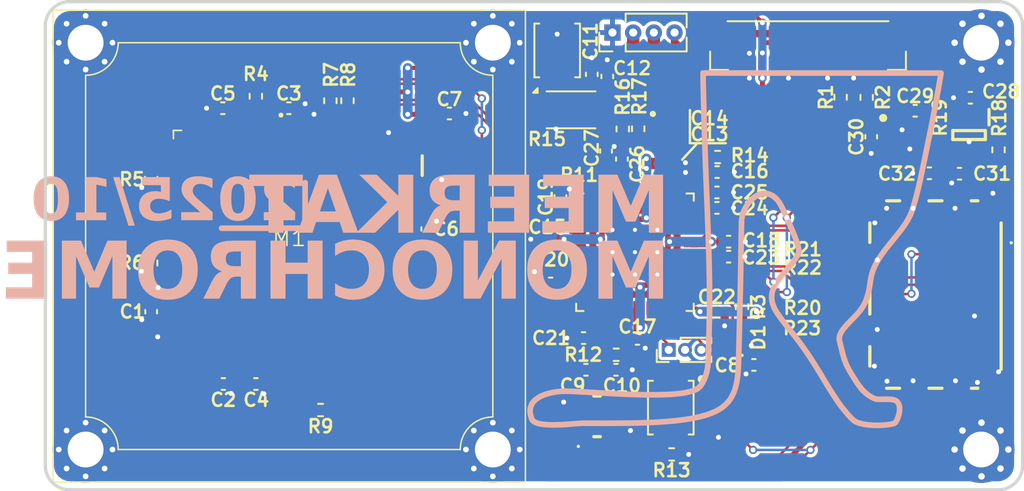
<source format=kicad_pcb>
(kicad_pcb (version 20241229) (generator "pcbnew") (generator_version "9.0")
  (layers (0 "F.Cu" signal) (2 "B.Cu" signal) (13 "F.Paste" user) (15 "B.Paste" user) (5 "F.SilkS" user "F.Silkscreen") (7 "B.SilkS" user "B.Silkscreen") (1 "F.Mask" user) (3 "B.Mask" user) (25 "Edge.Cuts" user))
  (net 0 "")
  (net 1 "GND")
  (net 2 "Net-(U1-CLKIN)")
  (net 3 "/Sensor/PIXEL_CLOCK")
  (net 4 "/Sensor/LINE_VALID")
  (net 5 "/Sensor/FRAME_VALID")
  (net 8 "/Power/INPUT")
  (net 9 "/Sensor/STROBE")
  (net 19 "/FRAM/MOSI")
  (net 20 "/FRAM/MISO")
  (net 21 "/MCU/XIN")
  (net 22 "+1V1")
  (net 23 "/MCU/VREG_AVDD")
  (net 24 "+3V3")
  (net 25 "/MCU/XOUT")
  (net 26 "/MCU/QSPI_SS")
  (net 27 "/MCU/~{USB_BOOT}")
  (net 28 "/MCU/SWD")
  (net 29 "/MCU/PSRAM_CS")
  (net 30 "Net-(D2-VOUT)")
  (net 32 "/MCU/GPIO21")
  (net 33 "/MCU/GPIO3")
  (net 34 "/MCU/QSPI_SCLK")
  (net 35 "/MCU/QSPI_SD3")
  (net 36 "/MCU/GPIO2")
  (net 37 "/MCU/QSPI_SD1")
  (net 38 "/MCU/GPIO27_ADC1")
  (net 39 "/MCU/QSPI_SD0")
  (net 40 "/MCU/VREG_LX")
  (net 41 "/MCU/GPIO15")
  (net 42 "/MCU/GPIO6")
  (net 43 "/MCU/GPIO9")
  (net 44 "Net-(R13-Pad1)")
  (net 45 "/MCU/SWCLK")
  (net 46 "/MCU/GPIO26_ADC0")
  (net 47 "/MCU/GPIO24")
  (net 48 "/MCU/GPIO5")
  (net 49 "/MCU/GPIO13")
  (net 50 "/MCU/QSPI_SD2")
  (net 51 "/MCU/GPIO7")
  (net 52 "/MCU/GPIO4")
  (net 53 "/MCU/GPIO25")
  (net 54 "Net-(U3-USB_DP)")
  (net 55 "Net-(U3-USB_DM)")
  (net 57 "Net-(IC3-PG)")
  (net 58 "/USB_D+")
  (net 59 "/USB_D-")
  (net 60 "Net-(C10-Pad1)")
  (net 61 "Net-(U1-OE#)")
  (net 62 "/FRAM/CS")
  (net 63 "/FRAM/CLOCK")
  (net 64 "/POWER_GOOD")
  (net 65 "/GAIN")
  (net 66 "/SHUTTER_SPEED")
  (net 67 "/STATUS_LED")
  (net 68 "/SHUTTER_BUTTON")
  (net 69 "Net-(J2-Pin_4)")
  (net 70 "Net-(J2-Pin_2)")
  (net 74 "Net-(D1-A)")
  (net 75 "/MCU/GPIO20")
  (net 76 "/MCU/GPIO14")
  (net 77 "/MCU/GPIO11")
  (net 78 "/MCU/GPIO8")
  (net 79 "/MCU/GPIO10")
  (net 80 "/MCU/GPIO1")
  (net 81 "/MCU/GPIO12")
  (footprint "Package_SON:Winbond_USON-8-1EP_3x2mm_P0.5mm_EP0.2x1.6mm" (layer "F.Cu") (at 167.3 91.625)
    (property "Reference" "U2" (hide yes))
    (property "Value" "APS6404L-3SQR-ZR" (hide yes))
  )
  (footprint "components:C_0402_1005Metric_small_pads" (layer "F.Cu") (at 173.225 94.8)
    (property "Reference" "C14")
    (property "Value" "4.7u" (hide yes))
  )
  (footprint "components:LM66100DCKR" (layer "F.Cu") (at 191.7375 93.175 -90)
    (property "Reference" "D2" (hide yes))
    (property "Value" "LM66100DCKR" (hide yes))
  )
  (footprint "Connector_PinHeader_1.00mm:PinHeader_1x03_P1.00mm_Vertical" (layer "F.Cu") (at 173.3 106.375 90)
    (property "Reference" "J3" (hide yes))
    (property "Value" "Conn_01x03" (hide yes))
  )
  (footprint "Resistor_SMD:R_0402_1005Metric" (layer "F.Cu") (at 177.8 103.725 -90)
    (property "Reference" "R3")
    (property "Value" "65R" (hide yes))
  )
  (footprint "Capacitor_SMD:C_0402_1005Metric" (layer "F.Cu") (at 168.575 89.445 -90)
    (property "Reference" "C11")
    (property "Value" "100n" (hide yes))
  )
  (footprint "components:NC7SZ11P6X" (layer "F.Cu") (at 159.365 94.105 90)
    (property "Reference" "IC1" (hide yes))
    (property "Value" "NC7SZ11P6X" (hide yes))
  )
  (footprint "components:ABM8272T3" (layer "F.Cu") (at 168.9 110.46)
    (property "Reference" "Y1" (hide yes))
    (property "Value" "ABM8-272-T3" (hide yes))
  )
  (footprint "Capacitor_SMD:C_0402_1005Metric" (layer "F.Cu") (at 168.07 105.65 180)
    (property "Reference" "C21")
    (property "Value" "100n" (hide yes))
  )
  (footprint "Capacitor_SMD:C_0402_1005Metric" (layer "F.Cu") (at 159.83 91.85 180)
    (property "Reference" "C7")
    (property "Value" "100n" (hide yes))
  )
  (footprint "Resistor_SMD:R_0402_1005Metric" (layer "F.Cu") (at 176.3 94.525 180)
    (property "Reference" "R14")
    (property "Value" "33" (hide yes))
  )
  (footprint "Resistor_SMD:R_0402_1005Metric" (layer "F.Cu") (at 147.95 90.79 90)
    (property "Reference" "R4")
    (property "Value" "10K" (hide yes))
  )
  (footprint "Capacitor_SMD:C_0402_1005Metric" (layer "F.Cu") (at 176.255 97.65)
    (property "Reference" "C24")
    (property "Value" "100n" (hide yes))
  )
  (footprint "MountingHole:MountingHole_2.2mm_M2_Pad_Via" (layer "F.Cu") (at 192.5 87.5)
    (property "Reference" "H1" (hide yes))
    (property "Value" "MountingHole_Pad" (hide yes))
  )
  (footprint "Capacitor_SMD:C_0402_1005Metric" (layer "F.Cu") (at 191.82 90.882)
    (property "Reference" "C28" (hide yes))
    (property "Value" "4.7u" (hide yes))
  )
  (footprint "Capacitor_SMD:C_0402_1005Metric" (layer "F.Cu") (at 189.3 95.525)
    (property "Reference" "C32")
    (property "Value" "1u" (hide yes))
  )
  (footprint "components:R_0402_1005Metric_small_pads" (layer "F.Cu") (at 165.835 95.525 180)
    (property "Reference" "R11")
    (property "Value" "100K" (hide yes))
  )
  (footprint "components:c-mount-03" (layer "F.Cu") (at 150 100)
    (property "Reference" "M1")
    (property "Value" "~")
  )
  (footprint "Capacitor_SMD:C_0402_1005Metric" (layer "F.Cu") (at 191.15 95.55)
    (property "Reference" "C31")
    (property "Value" "100n" (hide yes))
  )
  (footprint "Capacitor_SMD:C_0402_1005Metric" (layer "F.Cu") (at 166.05 101.575 180)
    (property "Reference" "C20")
    (property "Value" "100n" (hide yes))
  )
  (footprint "Resistor_SMD:R_0402_1005Metric" (layer "F.Cu") (at 151.925 110.075)
    (property "Reference" "R9")
    (property "Value" "30R" (hide yes))
  )
  (footprint "Connector_Hirose:Hirose_DF52-12S-0.8H_1x12-1MP_P0.80mm_Horizontal" (layer "F.Cu") (at 181.85 87.8 180)
    (property "Reference" "J2" (hide yes))
    (property "Value" "Conn_01x12" (hide yes))
  )
  (footprint "Resistor_SMD:R_0402_1005Metric" (layer "F.Cu") (at 153.575 91.065 -90)
    (property "Reference" "R8")
    (property "Value" "1.5K" (hide yes))
  )
  (footprint "Capacitor_SMD:C_0402_1005Metric" (layer "F.Cu") (at 171.375 105.7)
    (property "Reference" "C17")
    (property "Value" "4.7u" (hide yes))
  )
  (footprint "Capacitor_SMD:C_0402_1005Metric" (layer "F.Cu") (at 149.98 91.525 180)
    (property "Reference" "C3")
    (property "Value" "100n" (hide yes))
  )
  (footprint "Capacitor_SMD:C_0402_1005Metric" (layer "F.Cu") (at 170.06 107.6)
    (property "Reference" "C10" (hide yes))
    (property "Value" "15p" (hide yes))
  )
  (footprint "components:R_0402_1005Metric_small_pads" (layer "F.Cu") (at 183.525 100.2 180)
    (property "Reference" "R21")
    (property "Value" "10K" (hide yes))
  )
  (footprint "Resistor_SMD:R_0402_1005Metric" (layer "F.Cu") (at 141.525 101.04 -90)
    (property "Reference" "R6")
    (property "Value" "10K" (hide yes))
  )
  (footprint "components:MT9M001C12STM" (layer "F.Cu") (at 150 100)
    (property "Reference" "U1" (hide yes))
    (property "Value" "MT9M001C12STM" (hide yes))
  )
  (footprint "LED_SMD:LED_0402_1005Metric" (layer "F.Cu") (at 177.8 105.625 90)
    (property "Reference" "D1")
    (property "Value" "LED" (hide yes))
  )
  (footprint "Capacitor_SMD:C_0402_1005Metric" (layer "F.Cu") (at 178.525 107.3)
    (property "Reference" "C8")
    (property "Value" "100n" (hide yes))
  )
  (footprint "components:FM25L16B-DG" (layer "F.Cu") (at 177.7 110.325)
    (property "Reference" "IC2" (hide yes))
    (property "Value" "FM25L16B-DG" (hide yes))
  )
  (footprint "Resistor_SMD:R_0402_1005Metric" (layer "F.Cu") (at 152.525 91.065 -90)
    (property "Reference" "R7")
    (property "Value" "1.5K" (hide yes))
  )
  (footprint "Resistor_SMD:R_0402_1005Metric" (layer "F.Cu") (at 171.425 92.79 -90)
    (property "Reference" "R17")
    (property "Value" "27" (hide yes))
  )
  (footprint "components:AOTA-B201610S3R3-101-T" (layer "F.Cu") (at 173.225 93.175)
    (property "Reference" "L1" (hide yes))
    (property "Value" "3.3u" (hide yes))
  )
  (footprint "Capacitor_SMD:C_0402_1005Metric" (layer "F.Cu") (at 165.85 99.575 180)
    (property "Reference" "C15")
    (property "Value" "100n" (hide yes))
  )
  (footprint "components:R_0402_1005Metric_small_pads" (layer "F.Cu") (at 189.9425 94.1 90)
    (property "Reference" "R19")
    (property "Value" "0R" (hide yes))
  )
  (footprint "Capacitor_SMD:C_0402_1005Metric" (layer "F.Cu") (at 145.955 108.475 180)
    (property "Reference" "C2")
    (property "Value" "100n" (hide yes))
  )
  (footprint "Resistor_SMD:R_0402_1005Metric" (layer "F.Cu") (at 170.075 106.675)
    (property "Reference" "R12")
    (property "Value" "1k" (hide yes))
  )
  (footprint "components:R_0402_1005Metric_small_pads" (layer "F.Cu") (at 183.525 101.325 180)
    (property "Reference" "R22")
    (property "Value" "10K" (hide yes))
  )
  (footprint "Connector_PinHeader_1.27mm:PinHeader_1x04_P1.27mm_Vertical" (layer "F.Cu") (at 169.845 86.875 90)
    (property "Reference" "J1" (hide yes))
    (property "Value" "USB" (hide yes))
  )
  (footprint "Capacitor_SMD:C_0402_1005Metric" (layer "F.Cu") (at 141.525 104.03 90)
    (property "Reference" "C1")
    (property "Value" "100n" (hide yes))
  )
  (footprint "Capacitor_SMD:C_0402_1005Metric" (layer "F.Cu") (at 169.525 89.575 -90)
    (property "Reference" "C12")
    (property "Value" "1u" (hide yes))
  )
  (footprint "MountingHole:MountingHole_2.2mm_M2_Pad_Via" (layer "F.Cu") (at 192.5 112.5)
    (property "Reference" "H2" (hide yes))
    (property "Value" "MountingHole_Pad" (hide yes))
  )
  (footprint "components:NCP189CMTW330TAG" (layer "F.Cu") (at 187.8625 93.45)
    (property "Reference" "IC3" (hide yes))
    (property "Value" "NCP189CMTW330TAG" (hide yes))
  )
  (footprint "Capacitor_SMD:C_0402_1005Metric" (layer "F.Cu") (at 188.4275 91.68)
    (property "Reference" "C29" (hide yes))
    (property "Value" "4.7u" (hide yes))
  )
  (footprint "Capacitor_SMD:C_0402_1005Metric" (layer "F.Cu") (at 145.925 91.525)
    (property "Reference" "C5")
    (property "Value" "100n" (hide yes))
  )
  (footprint "Button_Switch_SMD:SW_SPST_B3U-1000P" (layer "F.Cu") (at 173.425 109.925 90)
    (property "Reference" "SW2" (hide yes))
    (property "Value" "SW_Push" (hide yes))
  )
  (footprint "components:R_0402_1005Metric_small_pads" (layer "F.Cu") (at 183.5 103.825 180)
    (property "Reference" "R20")
    (property "Value" "10K" (hide yes))
  )
  (footprint "components:MEM20850011500A" (layer "F.Cu") (at 189.675 102.975 90)
    (property "Reference" "J4" (hide yes))
    (property "Value" "MEM2085-00-115-00-A" (hide yes))
  )
  (footprint "components:RP2350-QFN-60-1EP_7x7_P0.4mm_EP3.4x3.4mm_ThermalVias" (layer "F.Cu") (at 171.225 100.375)
    (property "Reference" "U3" (hide yes))
    (property "Value" "RP2350_60QFN" (hide yes))
  )
  (footprint "Capacitor_SMD:C_0402_1005Metric" (layer "F.Cu") (at 170.425 94.65 90)
    (property "Reference" "C26")
    (property "Value" "100n" (hide yes))
  )
  (footprint "Capacitor_SMD:C_0402_1005Metric" (layer "F.Cu") (at 176.975 99.725)
    (property "Reference" "C18")
    (property "Value" "100n" (hide yes))
  )
  (footprint "Capacitor_SMD:C_0402_1005Metric" (layer "F.Cu") (at 168.215 107.6 180)
    (property "Reference" "C9")
    (property "Value" "15p" (hide yes))
  )
  (footprint "Capacitor_SMD:C_0402_1005Metric" (layer "F.Cu") (at 169.45 94.155 90)
    (property "Reference" "C27")
    (property "Value" "100n" (hide yes))
  )
  (footprint "Capacitor_SMD:C_0402_1005Metric" (layer "F.Cu") (at 176.27 95.45)
    (property "Reference" "C16")
    (property "Value" "4.7u" (hide yes))
  )
  (footprint "Resistor_SMD:R_0402_1005Metric" (layer "F.Cu") (at 173.475 112.8)
    (property "Reference" "R13")
    (property "Value" "1k" (hide yes))
  )
  (footprint "Capacitor_SMD:C_0402_1005Metric" (layer "F.Cu") (at 176.25 104.025)
    (property "Reference" "C22")
    (property "Value" "100n" (hide yes))
  )
  (footprint "Capacitor_SMD:C_0402_1005Metric" (layer "F.Cu") (at 158.475 98.945 -90)
    (property "Reference" "C6")
    (property "Value" "100n" (hide yes))
  )
  (footprint "Capacitor_SMD:C_0402_1005Metric" (layer "F.Cu") (at 147.955 108.475 180)
    (property "Reference" "C4")
    (property "Value" "100n" (hide yes))
  )
  (footprint "Capacitor_SMD:C_0402_1005Metric" (layer "F.Cu") (at 176.255 96.7)
    (property "Reference" "C25")
    (property "Value" "100n" (hide yes))
  )
  (footprint "Capacitor_SMD:C_0402_1005Metric" (layer "F.Cu") (at 166.65 96.975 90)
    (property "Reference" "C19")
    (property "Value" "100n" (hide yes))
  )
  (footprint "Resistor_SMD:R_0402_1005Metric" (layer "F.Cu") (at 193.545 94.082 90)
    (property "Reference" "R18")
    (property "Value" "10K" (hide yes))
  )
  (footprint "Capacitor_SMD:C_0402_1005Metric" (layer "F.Cu") (at 185.7288 93.28 90)
    (property "Reference" "C30" (hide yes))
    (property "Value" "4.7u" (hide yes))
  )
  (footprint "Capacitor_SMD:C_0402_1005Metric" (layer "F.Cu") (at 176.975 100.65)
    (property "Reference" "C23")
    (property "Value" "100n" (hide yes))
  )
  (footprint "Resistor_SMD:R_0402_1005Metric" (layer "F.Cu") (at 141.525 95.89 -90)
    (property "Reference" "R5")
    (property "Value" "10K" (hide yes))
  )
  (footprint "Button_Switch_SMD:SW_SPST_B3U-1000P" (layer "F.Cu") (at 166.45 87.975 -90)
    (property "Reference" "SW1" (hide yes))
    (property "Value" "SW_Push" (hide yes))
  )
  (footprint "components:R_0402_1005Metric_small_pads" (layer "F.Cu") (at 183.5 105.05 180)
    (property "Reference" "R23")
    (property "Value" "10K" (hide yes))
  )
  (footprint "components:C_0402_1005Metric_small_pads" (layer "F.Cu") (at 173.225 95.775)
    (property "Reference" "C13")
    (property "Value" "4.7u" (hide yes))
  )
  (footprint "Resistor_SMD:R_0402_1005Metric" (layer "F.Cu") (at 170.475 92.8 -90)
    (property "Reference" "R16")
    (property "Value" "27" (hide yes))
  )
  (footprint "components:R_0402_1005Metric_small_pads" (layer "F.Cu") (at 165.825 94.3 180)
    (property "Reference" "R15")
    (property "Value" "1k" (hide yes))
  )
  (footprint "Resistor_SMD:R_0402_1005Metric" (layer "F.Cu") (at 185.45 90.86 -90)
    (property "Reference" "R2")
    (property "Value" "65R" (hide yes))
  )
  (footprint "Resistor_SMD:R_0402_1005Metric" (layer "F.Cu") (at 183.85 90.85 -90)
    (property "Reference" "R1")
    (property "Value" "10K" (hide yes))
  )
  (gr_line (start 174.6 93.6625) (end 174.6 91.6375) (stroke (width 0.15)) (layer "F.SilkS"))
  (gr_line (start 174.6 93.675) (end 176.8 93.675) (stroke (width 0.15)) (layer "F.SilkS"))
  (gr_line (start 175 93.7375) (end 174.125 94.6875) (stroke (width 0.15)) (layer "F.SilkS"))
  (gr_line (start 150.975 96.1) (end 150.975 98.9) (stroke (width 0.35)) (layer "B.SilkS"))
  (gr_poly (pts (xy 175.405087 89.338265) (xy 175.403895 89.338357) (xy 175.40272 89.338508) (xy 175.401565 89.338717) (xy 175.400429 89.338982) (xy 175.399316 89.339303) (xy 175.398225 89.339676) (xy 175.39716 89.340101) (xy 175.39612 89.340575) (xy 175.395108 89.341099) (xy 175.394126 89.341669) (xy 175.393173 89.342285) (xy 175.392253 89.342944) (xy 175.391367 89.343646) (xy 175.390515 89.344388) (xy 175.3897 89.34517) (xy 175.388923 89.345989) (xy 175.388186 89.346844) (xy 175.387489 89.347733) (xy 175.386835 89.348656) (xy 175.386224 89.34961) (xy 175.385659 89.350593) (xy 175.385141 89.351605) (xy 175.384671 89.352643) (xy 175.384251 89.353707) (xy 175.383882 89.354794) (xy 175.383566 89.355903) (xy 175.383304 89.357033) (xy 175.383097 89.358181) (xy 175.382948 89.359347) (xy 175.382858 89.360529) (xy 175.382827 89.361725) (xy 175.382827 89.361896) (xy 175.390857 89.993867) (xy 175.408946 90.77789) (xy 175.447151 92.267725) (xy 175.531946 94.969561) (xy 175.644843 97.809001) (xy 175.743575 100.679198) (xy 175.774422 102.092442) (xy 175.785878 103.473309) (xy 175.776856 104.209632) (xy 175.753965 105.143102) (xy 175.69162 107.165072) (xy 175.686322 107.261606) (xy 175.676531 107.361303) (xy 175.662431 107.46337) (xy 175.644205 107.567012) (xy 175.622034 107.671433) (xy 175.596104 107.775838) (xy 175.566595 107.879432) (xy 175.533691 107.98142) (xy 175.497574 108.081008) (xy 175.458428 108.177399) (xy 175.416435 108.2698) (xy 175.371779 108.357414) (xy 175.324641 108.439447) (xy 175.275205 108.515104) (xy 175.223654 108.58359) (xy 175.17017 108.64411) (xy 175.150131 108.663699) (xy 175.128507 108.682771) (xy 175.105321 108.701331) (xy 175.080594 108.719388) (xy 175.054351 108.736949) (xy 175.026615 108.75402) (xy 174.997407 108.770609) (xy 174.966752 108.786723) (xy 174.934672 108.80237) (xy 174.901191 108.817555) (xy 174.86633 108.832287) (xy 174.830114 108.846572) (xy 174.792565 108.860418) (xy 174.753706 108.873832) (xy 174.71356 108.886821) (xy 174.672151 108.899392) (xy 174.606601 108.917811) (xy 174.538264 108.93527) (xy 174.39353 108.96739) (xy 174.238554 108.995905) (xy 174.073941 109.020972) (xy 173.900295 109.042743) (xy 173.718224 109.061374) (xy 173.528332 109.07702) (xy 173.331224 109.089834) (xy 172.504151 109.115638) (xy 171.612249 109.109361) (xy 170.691105 109.079832) (xy 169.776308 109.035877) (xy 168.108103 108.939999) (xy 167.42587 108.905731) (xy 166.892335 108.892347) (xy 166.781026 108.89519) (xy 166.63805 108.904755) (xy 166.469781 108.922599) (xy 166.378153 108.935112) (xy 166.282592 108.950278) (xy 166.183894 108.968292) (xy 166.082857 108.989349) (xy 165.980276 109.013642) (xy 165.876949 109.041367) (xy 165.773672 109.072719) (xy 165.671242 109.107891) (xy 165.570455 109.147078) (xy 165.472109 109.190475) (xy 165.413914 109.219005) (xy 165.357074 109.249202) (xy 165.301763 109.281105) (xy 165.248158 109.314755) (xy 165.196432 109.350192) (xy 165.146762 109.387456) (xy 165.099321 109.426588) (xy 165.054285 109.467627) (xy 165.011829 109.510614) (xy 164.972128 109.555589) (xy 164.935357 109.602593) (xy 164.901691 109.651666) (xy 164.871305 109.702848) (xy 164.844374 109.756179) (xy 164.821073 109.811699) (xy 164.801577 109.86945) (xy 164.790591 109.909193) (xy 164.781412 109.94997) (xy 164.774093 109.991791) (xy 164.768685 110.03467) (xy 164.765242 110.078619) (xy 164.763816 110.123651) (xy 164.76446 110.169778) (xy 164.767226 110.217012) (xy 164.772168 110.265366) (xy 164.779338 110.314853) (xy 164.788788 110.365485) (xy 164.800571 110.417273) (xy 164.81474 110.470232) (xy 164.831347 110.524373) (xy 164.850446 110.579709) (xy 164.872088 110.636251) (xy 164.878409 110.65075) (xy 164.885492 110.664913) (xy 164.893326 110.67874) (xy 164.901897 110.692235) (xy 164.911194 110.7054) (xy 164.921202 110.718237) (xy 164.931911 110.730748) (xy 164.943307 110.742934) (xy 164.955377 110.754799) (xy 164.968109 110.766345) (xy 164.981491 110.777573) (xy 164.995509 110.788485) (xy 165.010151 110.799085) (xy 165.025405 110.809373) (xy 165.041257 110.819353) (xy 165.057696 110.829026) (xy 165.082613 110.842436) (xy 165.108779 110.855235) (xy 165.136159 110.867433) (xy 165.164719 110.879041) (xy 165.194426 110.89007) (xy 165.225247 110.900531) (xy 165.257146 110.910435) (xy 165.290091 110.919792) (xy 165.324047 110.928614) (xy 165.358981 110.93691) (xy 165.39486 110.944693) (xy 165.431649 110.951973) (xy 165.507822 110.965067) (xy 165.587232 110.976279) (xy 165.747151 110.992746) (xy 165.915821 111.003298) (xy 166.091203 111.008605) (xy 166.271256 111.009336) (xy 166.637214 110.999748) (xy 166.997371 110.979891) (xy 167.634996 110.930798) (xy 167.879817 110.912275) (xy 168.053547 110.90491) (xy 169.402327 110.907987) (xy 170.827673 110.901342) (xy 171.547072 110.886931) (xy 172.259227 110.861159) (xy 172.955343 110.821048) (xy 173.626626 110.763622) (xy 174.057433 110.714058) (xy 174.470614 110.654496) (xy 174.86356 110.584069) (xy 175.23366 110.501908) (xy 175.409327 110.456156) (xy 175.578303 110.407145) (xy 175.740264 110.354766) (xy 175.894881 110.298912) (xy 176.04183 110.239472) (xy 176.180783 110.17634) (xy 176.311414 110.109406) (xy 176.433398 110.038562) (xy 176.533813 109.972943) (xy 176.628125 109.904379) (xy 176.716534 109.83297) (xy 176.799241 109.758818) (xy 176.876445 109.682025) (xy 176.948348 109.60269) (xy 177.01515 109.520915) (xy 177.077052 109.436801) (xy 177.134253 109.35045) (xy 177.186955 109.261963) (xy 177.235357 109.171441) (xy 177.279661 109.078985) (xy 177.320067 108.984696) (xy 177.356775 108.888675) (xy 177.419899 108.691844) (xy 177.470639 108.4893) (xy 177.510596 108.281853) (xy 177.541376 108.070312) (xy 177.564582 107.855486) (xy 177.581818 107.638186) (xy 177.594688 107.419219) (xy 177.613743 106.979527) (xy 177.722127 102.500861) (xy 177.789715 98.557457) (xy 177.793046 98.453773) (xy 177.802864 98.349898) (xy 177.818908 98.246213) (xy 177.840918 98.1431) (xy 177.868631 98.04094) (xy 177.901787 97.940112) (xy 177.940124 97.840997) (xy 177.983381 97.743978) (xy 178.031297 97.649433) (xy 178.083611 97.557744) (xy 178.140062 97.469293) (xy 178.200388 97.384458) (xy 178.264328 97.303623) (xy 178.33162 97.227166) (xy 178.402005 97.155469) (xy 178.47522 97.088913) (xy 178.52498 97.047958) (xy 178.575789 97.009524) (xy 178.627569 96.973725) (xy 178.680247 96.940677) (xy 178.733747 96.910495) (xy 178.787994 96.883294) (xy 178.842912 96.859188) (xy 178.898426 96.838294) (xy 178.954461 96.820726) (xy 179.010942 96.8066) (xy 179.067793 96.79603) (xy 179.124939 96.789131) (xy 179.182306 96.78602) (xy 179.239817 96.78681) (xy 179.297397 96.791617) (xy 179.354972 96.800556) (xy 179.416884 96.81489) (xy 179.478559 96.834269) (xy 179.539905 96.858825) (xy 179.600836 96.888692) (xy 179.66126 96.924001) (xy 179.721088 96.964885) (xy 179.780232 97.011477) (xy 179.838601 97.06391) (xy 179.896107 97.122316) (xy 179.952661 97.186827) (xy 180.008171 97.257577) (xy 180.062551 97.334698) (xy 180.115709 97.418322) (xy 180.167557 97.508582) (xy 180.218006 97.605612) (xy 180.266965 97.709542) (xy 180.764566 98.813632) (xy 180.887865 99.100406) (xy 181.001474 99.377985) (xy 181.100767 99.63962) (xy 181.181119 99.878564) (xy 181.19794 99.934838) (xy 181.213166 99.989081) (xy 181.226712 100.041178) (xy 181.238494 100.091012) (xy 181.248428 100.138467) (xy 181.256429 100.183426) (xy 181.262413 100.225772) (xy 181.266294 100.265389) (xy 181.267651 100.288836) (xy 181.268134 100.311052) (xy 181.268035 100.321691) (xy 181.267703 100.332011) (xy 181.267132 100.34201) (xy 181.266319 100.351685) (xy 181.265258 100.361031) (xy 181.263943 100.370046) (xy 181.262371 100.378725) (xy 181.260537 100.387066) (xy 181.258435 100.395065) (xy 181.25606 100.402718) (xy 181.253408 100.410023) (xy 181.250474 100.416975) (xy 181.192922 100.53412) (xy 181.1287 100.648779) (xy 181.058588 100.761193) (xy 180.983364 100.871602) (xy 180.903804 100.980246) (xy 180.820688 101.087368) (xy 180.646899 101.298006) (xy 180.290874 101.711603) (xy 180.204647 101.814807) (xy 180.121087 101.918414) (xy 180.040973 102.022666) (xy 179.965082 102.127804) (xy 179.928449 102.18158) (xy 179.893189 102.235675) (xy 179.859397 102.290118) (xy 179.827171 102.344939) (xy 179.79661 102.400169) (xy 179.767809 102.455838) (xy 179.740866 102.511975) (xy 179.715878 102.568612) (xy 179.692942 102.625778) (xy 179.672156 102.683504) (xy 179.653616 102.741819) (xy 179.63742 102.800754) (xy 179.623665 102.860339) (xy 179.612448 102.920604) (xy 179.603866 102.981579) (xy 179.598017 103.043295) (xy 179.594994 103.10582) (xy 179.594898 103.169154) (xy 179.597829 103.233326) (xy 179.603888 103.298367) (xy 179.613175 103.364305) (xy 179.625791 103.431171) (xy 179.641837 103.498994) (xy 179.661413 103.567803) (xy 179.684619 103.637629) (xy 179.711556 103.7085) (xy 179.742326 103.780448) (xy 179.777027 103.8535) (xy 179.815761 103.927687) (xy 179.858629 104.003038) (xy 179.90573 104.079584) (xy 179.957166 104.157353) (xy 180.121863 104.392353) (xy 180.279849 104.607796) (xy 180.431876 104.807198) (xy 180.578694 104.994074) (xy 180.859704 105.344302) (xy 180.995398 105.514685) (xy 181.128884 105.6866) (xy 181.356208 105.989666) (xy 181.564963 106.278009) (xy 181.757264 106.55322) (xy 181.935226 106.816889) (xy 182.256589 107.315959) (xy 182.545967 107.787938) (xy 183.096434 108.701499) (xy 183.391355 109.168518) (xy 183.721956 109.659321) (xy 183.800092 109.766949) (xy 183.908544 109.90924) (xy 184.038561 110.073444) (xy 184.181395 110.246816) (xy 184.328295 110.416605) (xy 184.400536 110.496173) (xy 184.470511 110.570065) (xy 184.537129 110.636687) (xy 184.599294 110.694446) (xy 184.655914 110.741748) (xy 184.705894 110.777) (xy 184.748807 110.801917) (xy 184.794972 110.82546) (xy 184.84421 110.847649) (xy 184.89634 110.868502) (xy 184.951181 110.88804) (xy 185.008553 110.906281) (xy 185.068275 110.923245) (xy 185.130168 110.93895) (xy 185.19405 110.953418) (xy 185.259742 110.966665) (xy 185.327062 110.978713) (xy 185.395831 110.989581) (xy 185.465868 110.999286) (xy 185.536992 111.00785) (xy 185.681782 111.021628) (xy 185.901723 111.034271) (xy 186.121676 111.037904) (xy 186.33678 111.033122) (xy 186.542176 111.020521) (xy 186.733004 111.000694) (xy 186.904404 110.974238) (xy 186.9813 110.95871) (xy 187.051517 110.941748) (xy 187.114448 110.923426) (xy 187.169484 110.903819) (xy 187.173341 110.902137) (xy 187.177301 110.900139) (xy 187.181359 110.897825) (xy 187.185511 110.895199) (xy 187.189751 110.892259) (xy 187.194075 110.889009) (xy 187.198477 110.88545) (xy 187.202953 110.881581) (xy 187.207498 110.877406) (xy 187.212108 110.872925) (xy 187.216776 110.86814) (xy 187.2215 110.863051) (xy 187.226273 110.857661) (xy 187.23109 110.85197) (xy 187.235948 110.84598) (xy 187.24084 110.839692) (xy 187.251064 110.825761) (xy 187.261478 110.810566) (xy 187.272047 110.794155) (xy 187.282737 110.776576) (xy 187.293517 110.757875) (xy 187.304351 110.738102) (xy 187.315206 110.717304) (xy 187.32605 110.695528) (xy 187.336847 110.672823) (xy 187.347566 110.649237) (xy 187.358171 110.624817) (xy 187.36863 110.59961) (xy 187.378909 110.573666) (xy 187.388975 110.547032) (xy 187.398794 110.519755) (xy 187.408332 110.491883) (xy 187.431281 110.418125) (xy 187.441814 110.38015) (xy 187.451628 110.341583) (xy 187.460654 110.302526) (xy 187.468822 110.263082) (xy 187.476064 110.223354) (xy 187.482311 110.183445) (xy 187.487494 110.143457) (xy 187.491545 110.103494) (xy 187.494393 110.063658) (xy 187.49597 110.024052) (xy 187.496208 109.984779) (xy 187.495037 109.945943) (xy 187.492388 109.907645) (xy 187.488193 109.869989) (xy 187.484413 109.844624) (xy 187.479859 109.819637) (xy 187.474511 109.795056) (xy 187.468351 109.770912) (xy 187.461359 109.747235) (xy 187.453516 109.724055) (xy 187.444805 109.701402) (xy 187.435206 109.679305) (xy 187.424699 109.657795) (xy 187.413266 109.636901) (xy 187.400888 109.616653) (xy 187.387547 109.597082) (xy 187.373222 109.578217) (xy 187.357896 109.560088) (xy 187.341549 109.542725) (xy 187.324163 109.526158) (xy 187.313828 109.51731) (xy 187.302907 109.508814) (xy 187.279372 109.492852) (xy 187.253686 109.478222) (xy 187.225979 109.464871) (xy 187.196379 109.452748) (xy 187.165015 109.441801) (xy 187.132017 109.431977) (xy 187.097511 109.423226) (xy 187.061628 109.415494) (xy 187.024497 109.408732) (xy 186.986245 109.402886) (xy 186.947003 109.397905) (xy 186.906897 109.393737) (xy 186.866059 109.39033) (xy 186.824615 109.387633) (xy 186.782696 109.385593) (xy 186.696163 109.383187) (xy 186.609379 109.382664) (xy 186.439762 109.385169) (xy 186.283258 109.388927) (xy 186.212864 109.389968) (xy 186.149278 109.389753) (xy 186.125854 109.389212) (xy 186.103886 109.388364) (xy 186.083467 109.387156) (xy 186.064689 109.385535) (xy 186.047645 109.383447) (xy 186.032427 109.380841) (xy 186.025532 109.379327) (xy 186.019129 109.377663) (xy 186.013229 109.375843) (xy 186.007843 109.37386) (xy 185.940336 109.345642) (xy 185.875288 109.31614) (xy 185.812588 109.285352) (xy 185.752127 109.253276) (xy 185.693797 109.219909) (xy 185.637487 109.18525) (xy 185.583088 109.149297) (xy 185.530491 109.112048) (xy 185.430265 109.033652) (xy 185.335935 108.950046) (xy 185.246626 108.861213) (xy 185.161463 108.767138) (xy 185.079571 108.667803) (xy 185.000076 108.563193) (xy 184.922103 108.45329) (xy 184.844776 108.338079) (xy 184.688566 108.091666) (xy 184.524448 107.823822) (xy 184.459846 107.716696) (xy 184.401172 107.615845) (xy 184.347727 107.519422) (xy 184.298808 107.425582) (xy 184.253714 107.332476) (xy 184.211745 107.238258) (xy 184.172198 107.141081) (xy 184.134372 107.039098) (xy 184.097567 106.930463) (xy 184.06108 106.813329) (xy 184.024211 106.685848) (xy 183.986259 106.546174) (xy 183.904297 106.222861) (xy 183.809586 105.828613) (xy 183.800298 105.781084) (xy 183.794945 105.733814) (xy 183.793381 105.686782) (xy 183.795459 105.639967) (xy 183.801033 105.59335) (xy 183.809957 105.546908) (xy 183.822086 105.500623) (xy 183.837273 105.454472) (xy 183.855371 105.408436) (xy 183.876236 105.362494) (xy 183.899721 105.316625) (xy 183.925679 105.270808) (xy 183.953966 105.225024) (xy 183.984434 105.179251) (xy 184.016937 105.133469) (xy 184.05133 105.087658) (xy 184.107681 105.01704) (xy 184.167682 104.94628) (xy 184.230848 104.875313) (xy 184.296694 104.804077) (xy 184.43449 104.660545) (xy 184.577189 104.51518) (xy 184.720913 104.367478) (xy 184.861784 104.216935) (xy 184.929937 104.140441) (xy 184.995923 104.063047) (xy 185.059255 103.984692) (xy 185.11945 103.905311) (xy 185.203255 103.782729) (xy 185.278043 103.657461) (xy 185.344435 103.530194) (xy 185.403053 103.401618) (xy 185.454517 103.272421) (xy 185.49945 103.143291) (xy 185.538472 103.014916) (xy 185.572205 102.887985) (xy 185.601271 102.763187) (xy 185.626291 102.641209) (xy 185.666677 102.408468) (xy 185.726235 102.007122) (xy 185.752769 101.866825) (xy 185.787065 101.728611) (xy 185.828665 101.592381) (xy 185.877112 101.458035) (xy 185.931947 101.325476) (xy 185.992715 101.194605) (xy 186.058956 101.065321) (xy 186.130215 100.937528) (xy 186.206033 100.811126) (xy 186.285954 100.686016) (xy 186.369519 100.5621) (xy 186.456272 100.439279) (xy 186.637509 100.196525) (xy 186.826008 99.956965) (xy 187.213221 99.480576) (xy 187.403202 99.244096) (xy 187.585883 99.007722) (xy 187.673342 98.889333) (xy 187.757604 98.770679) (xy 187.838211 98.651664) (xy 187.914704 98.53219) (xy 187.986627 98.41216) (xy 188.053522 98.291478) (xy 188.114931 98.170045) (xy 188.170397 98.047766) (xy 188.246534 97.853863) (xy 188.323088 97.630273) (xy 188.476354 97.10848) (xy 188.628019 96.511289) (xy 188.775905 95.867604) (xy 189.051633 94.556365) (xy 189.286124 93.405986) (xy 189.478078 92.456425) (xy 189.686945 91.368386) (xy 189.884479 90.290071) (xy 190.039023 89.389548) (xy 189.991499 89.389548) (xy 189.83333 90.308492) (xy 189.637029 91.378819) (xy 189.430074 92.456226) (xy 189.23994 93.396413) (xy 189.006021 94.544514) (xy 188.731049 95.853237) (xy 188.583569 96.495691) (xy 188.432307 97.091732) (xy 188.279421 97.612503) (xy 188.203044 97.835644) (xy 188.127072 98.029147) (xy 188.071888 98.150778) (xy 188.01078 98.271551) (xy 187.944206 98.391564) (xy 187.872621 98.510916) (xy 187.796483 98.629705) (xy 187.716249 98.748031) (xy 187.632376 98.865992) (xy 187.545322 98.983687) (xy 187.363495 99.218674) (xy 187.174424 99.453782) (xy 186.789176 99.927522) (xy 186.598826 100.169578) (xy 186.415923 100.414931) (xy 186.328407 100.539087) (xy 186.244124 100.664357) (xy 186.163531 100.79084) (xy 186.087084 100.918631) (xy 186.015241 101.047828) (xy 185.948458 101.178528) (xy 185.887193 101.310827) (xy 185.831902 101.444823) (xy 185.783043 101.580612) (xy 185.741072 101.718291) (xy 185.706446 101.857958) (xy 185.679622 101.999708) (xy 185.621018 102.396646) (xy 185.581371 102.626892) (xy 185.556793 102.747571) (xy 185.52822 102.871044) (xy 185.495032 102.996628) (xy 185.456609 103.12364) (xy 185.412332 103.251398) (xy 185.361581 103.379219) (xy 185.303737 103.506422) (xy 185.238181 103.632322) (xy 185.164293 103.756238) (xy 185.081453 103.877488) (xy 185.021287 103.95683) (xy 184.957987 104.035139) (xy 184.892037 104.11248) (xy 184.823922 104.188915) (xy 184.683136 104.339325) (xy 184.539504 104.486879) (xy 184.396905 104.632088) (xy 184.259214 104.775461) (xy 184.193422 104.846619) (xy 184.13031 104.91751) (xy 184.070364 104.988196) (xy 184.014069 105.058743) (xy 183.977934 105.106974) (xy 183.943869 105.155197) (xy 183.912016 105.203431) (xy 183.882517 105.251692) (xy 183.855514 105.3) (xy 183.831147 105.348371) (xy 183.80956 105.396823) (xy 183.790893 105.445374) (xy 183.775288 105.494041) (xy 183.762887 105.542843) (xy 183.753831 105.591796) (xy 183.748263 105.64092) (xy 183.746324 105.69023) (xy 183.748155 105.739745) (xy 183.753899 105.789483) (xy 183.763697 105.839462) (xy 183.859127 106.236462) (xy 183.941752 106.562012) (xy 184.01721 106.830996) (xy 184.054013 106.948928) (xy 184.091138 107.058299) (xy 184.129291 107.160972) (xy 184.169174 107.258806) (xy 184.211494 107.353662) (xy 184.256955 107.447401) (xy 184.360119 107.638968) (xy 184.484302 107.848392) (xy 184.650754 108.119853) (xy 184.809352 108.369428) (xy 184.887906 108.486066) (xy 184.967137 108.597302) (xy 185.047925 108.703157) (xy 185.13115 108.803657) (xy 185.217691 108.898823) (xy 185.30843 108.988678) (xy 185.404246 109.073246) (xy 185.506018 109.152549) (xy 185.614628 109.226611) (xy 185.730955 109.295454) (xy 185.855879 109.359102) (xy 185.99028 109.417577) (xy 185.996318 109.419807) (xy 186.002927 109.421886) (xy 186.010094 109.423819) (xy 186.017808 109.425608) (xy 186.026056 109.427255) (xy 186.034826 109.428765) (xy 186.044106 109.430139) (xy 186.053884 109.431381) (xy 186.064147 109.432494) (xy 186.074883 109.433481) (xy 186.097726 109.435088) (xy 186.122316 109.436227) (xy 186.148554 109.43692) (xy 186.21198 109.437131) (xy 186.282214 109.436086) (xy 186.438399 109.432326) (xy 186.521996 109.430656) (xy 186.607694 109.429822) (xy 186.694315 109.430349) (xy 186.780683 109.432758) (xy 186.859393 109.437038) (xy 186.935892 109.443706) (xy 186.973001 109.448088) (xy 187.009183 109.45325) (xy 187.044315 109.459253) (xy 187.07827 109.466158) (xy 187.110925 109.474028) (xy 187.142156 109.482921) (xy 187.171837 109.492901) (xy 187.199845 109.504027) (xy 187.226054 109.516361) (xy 187.25034 109.529964) (xy 187.272579 109.544897) (xy 187.292645 109.561222) (xy 187.308527 109.576372) (xy 187.323435 109.592263) (xy 187.337389 109.608866) (xy 187.350411 109.626153) (xy 187.362522 109.644094) (xy 187.37374 109.662661) (xy 187.384088 109.681823) (xy 187.393586 109.701553) (xy 187.402254 109.72182) (xy 187.410113 109.742597) (xy 187.417184 109.763853) (xy 187.423487 109.785559) (xy 187.429042 109.807688) (xy 187.433872 109.830208) (xy 187.437995 109.853092) (xy 187.441433 109.876311) (xy 187.445487 109.912668) (xy 187.448034 109.949646) (xy 187.449143 109.987145) (xy 187.448881 110.025067) (xy 187.447317 110.063312) (xy 187.44452 110.101782) (xy 187.440558 110.140378) (xy 187.435499 110.179) (xy 187.429411 110.21755) (xy 187.422362 110.255929) (xy 187.414422 110.294039) (xy 187.405658 110.331779) (xy 187.385932 110.405756) (xy 187.363731 110.47707) (xy 187.347838 110.522686) (xy 187.331238 110.566554) (xy 187.314084 110.608432) (xy 187.296533 110.648078) (xy 187.278739 110.685252) (xy 187.260857 110.71971) (xy 187.243042 110.751212) (xy 187.22545 110.779517) (xy 187.215172 110.794933) (xy 187.20518 110.809005) (xy 187.200296 110.815508) (xy 187.195489 110.821641) (xy 187.19076 110.827393) (xy 187.186113 110.832751) (xy 187.181548 110.837705) (xy 187.177068 110.842244) (xy 187.172674 110.846355) (xy 187.168369 110.850027) (xy 187.164154 110.853249) (xy 187.160031 110.85601) (xy 187.156002 110.858298) (xy 187.152069 110.860102) (xy 187.097819 110.879426) (xy 187.035786 110.89745) (xy 186.966567 110.914104) (xy 186.890762 110.92932) (xy 186.808971 110.943029) (xy 186.721792 110.955161) (xy 186.629825 110.965649) (xy 186.533669 110.974423) (xy 186.433923 110.981415) (xy 186.331187 110.986555) (xy 186.226059 110.989775) (xy 186.119139 110.991005) (xy 186.011027 110.990178) (xy 185.902321 110.987224) (xy 185.79362 110.982074) (xy 185.685525 110.97466) (xy 185.543878 110.961202) (xy 185.405766 110.943476) (xy 185.272605 110.921296) (xy 185.208324 110.908477) (xy 185.145812 110.894476) (xy 185.085246 110.879267) (xy 185.026803 110.862829) (xy 184.970661 110.845137) (xy 184.916995 110.826168) (xy 184.865985 110.8059) (xy 184.817805 110.784309) (xy 184.772634 110.761371) (xy 184.730649 110.737063) (xy 184.681346 110.702222) (xy 184.625507 110.655463) (xy 184.56421 110.598361) (xy 184.498532 110.532495) (xy 184.429548 110.45944) (xy 184.358335 110.380774) (xy 184.213532 110.212915) (xy 184.072735 110.041534) (xy 183.944558 109.879245) (xy 183.837615 109.738665) (xy 183.760518 109.632407) (xy 183.589621 109.383136) (xy 183.429765 109.1414) (xy 183.134713 108.674175) (xy 182.584021 107.760186) (xy 182.294535 107.287981) (xy 181.973058 106.788676) (xy 181.795035 106.524885) (xy 181.602667 106.249549) (xy 181.393841 105.961078) (xy 181.16644 105.657881) (xy 181.033109 105.486222) (xy 180.897564 105.316087) (xy 180.616859 104.966352) (xy 180.470212 104.779736) (xy 180.318377 104.58061) (xy 180.160611 104.365465) (xy 179.99617 104.130794) (xy 179.946063 104.055081) (xy 179.900148 103.980569) (xy 179.858333 103.907229) (xy 179.820523 103.83503) (xy 179.786625 103.763941) (xy 179.756544 103.693932) (xy 179.730188 103.624973) (xy 179.707461 103.557033) (xy 179.688271 103.490082) (xy 179.672523 103.424088) (xy 179.660124 103.359023) (xy 179.650979 103.294855) (xy 179.644996 103.231554) (xy 179.642079 103.169089) (xy 179.642136 103.10743) (xy 179.645072 103.046546) (xy 179.650764 102.986417) (xy 179.659143 102.927015) (xy 179.670113 102.86831) (xy 179.683575 102.810272) (xy 179.69943 102.75287) (xy 179.717582 102.696073) (xy 179.737931 102.639852) (xy 179.76038 102.584176) (xy 179.784831 102.529014) (xy 179.811185 102.474337) (xy 179.839344 102.420112) (xy 179.869212 102.366311) (xy 179.900688 102.312903) (xy 179.933675 102.259857) (xy 179.968076 102.207143) (xy 180.003792 102.15473) (xy 180.079977 102.049149) (xy 180.160383 101.944449) (xy 180.244229 101.840391) (xy 180.330739 101.736733) (xy 180.68785 101.321293) (xy 180.776004 101.216028) (xy 180.862152 101.109721) (xy 180.945517 101.00213) (xy 181.025319 100.893014) (xy 181.100782 100.782135) (xy 181.171125 100.669249) (xy 181.235572 100.554119) (xy 181.293344 100.436501) (xy 181.296736 100.428503) (xy 181.299838 100.420098) (xy 181.302652 100.41129) (xy 181.305177 100.402085) (xy 181.307416 100.392485) (xy 181.309368 100.382494) (xy 181.311035 100.372116) (xy 181.312418 100.361356) (xy 181.313517 100.350217) (xy 181.314334 100.338703) (xy 181.314869 100.326818) (xy 181.315123 100.314566) (xy 181.315098 100.30195) (xy 181.314793 100.288976) (xy 181.31421 100.275646) (xy 181.313349 100.261965) (xy 181.309349 100.221236) (xy 181.303226 100.177727) (xy 181.295056 100.13155) (xy 181.284914 100.08282) (xy 181.272877 100.031651) (xy 181.25902 99.978156) (xy 181.243418 99.92245) (xy 181.226149 99.864647) (xy 181.145617 99.625121) (xy 181.04611 99.362838) (xy 180.932262 99.084566) (xy 180.808702 98.797071) (xy 180.309995 97.6902) (xy 180.259325 97.582835) (xy 180.207047 97.482675) (xy 180.153265 97.389572) (xy 180.098082 97.303378) (xy 180.041599 97.223946) (xy 179.98392 97.151128) (xy 179.925147 97.084776) (xy 179.865383 97.024745) (xy 179.80473 96.970885) (xy 179.743291 96.92305) (xy 179.681169 96.881092) (xy 179.618465 96.844864) (xy 179.555283 96.814217) (xy 179.491726 96.789006) (xy 179.427896 96.769082) (xy 179.363895 96.754298) (xy 179.303773 96.744951) (xy 179.243628 96.739869) (xy 179.18354 96.73894) (xy 179.12359 96.742049) (xy 179.06386 96.749083) (xy 179.004429 96.759929) (xy 178.945379 96.774475) (xy 178.886791 96.792606) (xy 178.828746 96.814209) (xy 178.771324 96.839171) (xy 178.714607 96.867379) (xy 178.658676 96.898719) (xy 178.603612 96.933078) (xy 178.549495 96.970343) (xy 178.496406 97.010401) (xy 178.444427 97.053137) (xy 178.369438 97.121285) (xy 178.297353 97.194704) (xy 178.228439 97.273004) (xy 178.162962 97.355795) (xy 178.101191 97.442685) (xy 178.04339 97.533286) (xy 177.989829 97.627206) (xy 177.940772 97.724055) (xy 177.896487 97.823443) (xy 177.857241 97.924979) (xy 177.823301 98.028274) (xy 177.794933 98.132937) (xy 177.772405 98.238576) (xy 177.755983 98.344803) (xy 177.745934 98.451227) (xy 177.742525 98.557457) (xy 177.675 102.5) (xy 177.566688 106.97754) (xy 177.548149 107.411504) (xy 177.519171 107.842261) (xy 177.496765 108.054423) (xy 177.466944 108.263367) (xy 177.428108 108.468288) (xy 177.378655 108.66838) (xy 177.316984 108.862837) (xy 177.241492 109.050856) (xy 177.15058 109.23163) (xy 177.09884 109.319048) (xy 177.042644 109.404353) (xy 176.981792 109.487444) (xy 176.916084 109.568221) (xy 176.845319 109.646582) (xy 176.769298 109.722428) (xy 176.687819 109.795657) (xy 176.600684 109.866168) (xy 176.507692 109.933862) (xy 176.408642 109.998637) (xy 176.287522 110.068935) (xy 176.157811 110.135318) (xy 176.019834 110.1979) (xy 175.873916 110.256793) (xy 175.720382 110.31211) (xy 175.559558 110.363964) (xy 175.391769 110.412467) (xy 175.217339 110.457732) (xy 175.036595 110.499873) (xy 174.849861 110.539001) (xy 174.657463 110.575229) (xy 174.459725 110.608671) (xy 174.049534 110.667645) (xy 173.621889 110.716825) (xy 172.951162 110.774186) (xy 172.255632 110.814231) (xy 171.544082 110.839942) (xy 170.8253 110.854296) (xy 169.401177 110.860856) (xy 168.053547 110.857745) (xy 167.880359 110.865119) (xy 167.636098 110.883666) (xy 166.999712 110.932845) (xy 166.640266 110.952758) (xy 166.275104 110.962408) (xy 166.095486 110.96171) (xy 165.920565 110.956436) (xy 165.752386 110.945917) (xy 165.59299 110.929482) (xy 165.516206 110.918728) (xy 165.442525 110.906184) (xy 165.372218 110.891756) (xy 165.305554 110.875347) (xy 165.273673 110.86637) (xy 165.242804 110.856863) (xy 165.212981 110.846813) (xy 165.184237 110.836208) (xy 165.156607 110.825038) (xy 165.130123 110.813289) (xy 165.104821 110.80095) (xy 165.080732 110.788009) (xy 165.066149 110.779451) (xy 165.052084 110.770647) (xy 165.03855 110.761592) (xy 165.025559 110.752279) (xy 165.013125 110.742704) (xy 165.00126 110.732861) (xy 164.989977 110.722746) (xy 164.979288 110.712352) (xy 164.969206 110.701674) (xy 164.959743 110.690707) (xy 164.950913 110.679447) (xy 164.942728 110.667886) (xy 164.9352 110.656021) (xy 164.928343 110.643845) (xy 164.922168 110.631354) (xy 164.916689 110.618542) (xy 164.89579 110.564314) (xy 164.877307 110.511246) (xy 164.861193 110.459325) (xy 164.847402 110.40854) (xy 164.835886 110.358877) (xy 164.826601 110.310323) (xy 164.819498 110.262866) (xy 164.814533 110.216493) (xy 164.811659 110.171191) (xy 164.810828 110.126949) (xy 164.811996 110.083752) (xy 164.815115 110.041588) (xy 164.820139 110.000445) (xy 164.827022 109.960309) (xy 164.835717 109.921169) (xy 164.846178 109.883011) (xy 164.855154 109.855033) (xy 164.865069 109.827605) (xy 164.875902 109.80072) (xy 164.887631 109.774374) (xy 164.913693 109.723275) (xy 164.94308 109.674264) (xy 164.975621 109.627298) (xy 165.011142 109.582332) (xy 165.049471 109.539324) (xy 165.090435 109.498228) (xy 165.13386 109.459003) (xy 165.179575 109.421603) (xy 165.227405 109.385985) (xy 165.277179 109.352106) (xy 165.328723 109.319921) (xy 165.381865 109.289388) (xy 165.436431 109.260462) (xy 165.492249 109.2331) (xy 165.58923 109.190322) (xy 165.688626 109.1517) (xy 165.789649 109.117042) (xy 165.891511 109.086155) (xy 165.993423 109.058846) (xy 166.094598 109.034922) (xy 166.194246 109.014191) (xy 166.29158 108.99646) (xy 166.476152 108.969229) (xy 166.642006 108.951686) (xy 166.782836 108.94229) (xy 166.892335 108.939501) (xy 167.425947 108.952877) (xy 168.108388 108.987127) (xy 169.777297 109.082961) (xy 170.69253 109.126905) (xy 171.614128 109.156437) (xy 172.506472 109.162739) (xy 172.930544 109.154421) (xy 173.333947 109.136988) (xy 173.532599 109.12402) (xy 173.723988 109.108192) (xy 173.907503 109.089355) (xy 174.08253 109.067358) (xy 174.248459 109.042049) (xy 174.404676 109.01328) (xy 174.55057 108.980898) (xy 174.685529 108.944754) (xy 174.72871 108.931585) (xy 174.770555 108.917958) (xy 174.811041 108.90387) (xy 174.850147 108.889316) (xy 174.887853 108.874292) (xy 174.924135 108.858794) (xy 174.958973 108.842818) (xy 174.992345 108.826359) (xy 175.024231 108.809413) (xy 175.054607 108.791976) (xy 175.083454 108.774044) (xy 175.110749 108.755613) (xy 175.13647 108.736677) (xy 175.160598 108.717233) (xy 175.183109 108.697278) (xy 175.203983 108.676805) (xy 175.258656 108.614982) (xy 175.311393 108.545035) (xy 175.362003 108.467773) (xy 175.410292 108.384009) (xy 175.456069 108.294551) (xy 175.499141 108.20021) (xy 175.539317 108.101797) (xy 175.576403 108.000121) (xy 175.610209 107.895994) (xy 175.64054 107.790225) (xy 175.667206 107.683625) (xy 175.690014 107.577005) (xy 175.708772 107.471173) (xy 175.723288 107.366942) (xy 175.733369 107.265121) (xy 175.738823 107.166521) (xy 175.801167 105.143826) (xy 175.824059 104.209961) (xy 175.833081 103.473309) (xy 175.821619 102.092365) (xy 175.790757 100.679028) (xy 175.69199 97.808594) (xy 175.579087 94.968852) (xy 175.494354 92.266645) (xy 175.456577 90.795934) (xy 175.4385 90.018624) (xy 175.43003 89.385387) (xy 189.991499 89.389548) (xy 190.039023 89.389548) (xy 190.042433 89.369678) (xy 190.042482 89.369438) (xy 190.042526 89.369199) (xy 190.042563 89.368961) (xy 190.042596 89.368723) (xy 190.042646 89.368247) (xy 190.04268 89.367772) (xy 190.0427 89.367299) (xy 190.042711 89.366826) (xy 190.042715 89.365885) (xy 190.042691 89.364822) (xy 190.042618 89.363768) (xy 190.042499 89.362726) (xy 190.042334 89.361695) (xy 190.042124 89.360678) (xy 190.04187 89.359675) (xy 190.041573 89.358689) (xy 190.041233 89.357719) (xy 190.040853 89.356768) (xy 190.040432 89.355836) (xy 190.039973 89.354925) (xy 190.039475 89.354036) (xy 190.03894 89.35317) (xy 190.038369 89.352328) (xy 190.037762 89.351512) (xy 190.037121 89.350723) (xy 190.036447 89.349962) (xy 190.035741 89.349231) (xy 190.035003 89.348529) (xy 190.034235 89.34786) (xy 190.033438 89.347224) (xy 190.032612 89.346621) (xy 190.031758 89.346055) (xy 190.030879 89.345525) (xy 190.029973 89.345032) (xy 190.029043 89.344579) (xy 190.02809 89.344166) (xy 190.027114 89.343795) (xy 190.026117 89.343467) (xy 190.025098 89.343182) (xy 190.024061 89.342943) (xy 190.023004 89.34275) (xy 190.022033 89.342617) (xy 190.021552 89.342557) (xy 190.021077 89.342503) (xy 190.020609 89.342458) (xy 190.02015 89.342424) (xy 190.0197 89.342402) (xy 190.019261 89.342394) (xy 175.406429 89.338234) (xy 175.406294 89.338234)) (stroke (width 0.3)) (fill yes) (layer "B.SilkS"))
  (gr_line (start 150.975 98.9) (end 145.85 98.9) (stroke (width 0.35)) (layer "B.SilkS"))
  (gr_line (start 195.025 86.475) (end 195.025 113.475) (stroke (width 0.2)) (layer "Edge.Cuts"))
  (gr_line (start 136.525 84.975) (end 193.525 84.975) (stroke (width 0.2)) (layer "Edge.Cuts"))
  (gr_arc (start 136.525 114.975) (mid 135.46434 114.53566) (end 135.025 113.475) (stroke (width 0.2)) (layer "Edge.Cuts"))
  (gr_arc (start 193.525 84.975) (mid 194.58566 85.41434) (end 195.025 86.475) (stroke (width 0.2)) (layer "Edge.Cuts"))
  (gr_line (start 193.525 114.975) (end 136.525 114.975) (stroke (width 0.2)) (layer "Edge.Cuts"))
  (gr_arc (start 135.025 86.475) (mid 135.46434 85.41434) (end 136.525 84.975) (stroke (width 0.2)) (layer "Edge.Cuts"))
  (gr_arc (start 195.025 113.475) (mid 194.58566 114.53566) (end 193.525 114.975) (stroke (width 0.2)) (layer "Edge.Cuts"))
  (gr_line (start 135.025 113.475) (end 135.025 86.475) (stroke (width 0.2)) (layer "Edge.Cuts"))
  (gr_text "MEERKAT" (at 173.4 97.725 0) (layer "B.SilkS") (effects (font (size 3.5 3.5) (thickness 0.5) (bold yes)) (justify left mirror)))
  (gr_text "2025/10" (at 150.65 98.85 0) (layer "B.SilkS") (effects (font (size 2.6 2.6) (thickness 0.25) (bold yes)) (justify left bottom mirror)))
  (gr_text "MONOCHROME" (at 173.4 103.825 0) (layer "B.SilkS") (effects (font (size 3.5 3.5) (thickness 0.2) (bold yes)) (justify left bottom mirror)))
  (segment (start 191.34 90.9741) (end 191.34 90.882) (width 0.45) (layer "F.Cu") (net 1))
  (segment (start 176.73 104.9) (end 176.73 104.025) (width 0.508) (layer "F.Cu") (net 1))
  (segment (start 185.66 100.85) (end 185.645 100.865) (width 0.3048) (layer "F.Cu") (net 1))
  (segment (start 148.476 106.9) (end 148.476 108.434) (width 0.508) (layer "F.Cu") (net 1))
  (segment (start 188.0975 93.215) (end 188.0975 92.33) (width 0.508) (layer "F.Cu") (net 1))
  (segment (start 141.96 102.54) (end 141.95 102.55) (width 0.508) (layer "F.Cu") (net 1))
  (segment (start 190.9 108.72) (end 190.905 108.725) (width 0.3048) (layer "F.Cu") (net 1))
  (segment (start 148.45 108.49) (end 148.435 108.475) (width 0.508) (layer "F.Cu") (net 1))
  (segment (start 187.8625 93.45) (end 188.0975 93.215) (width 0.508) (layer "F.Cu") (net 1))
  (segment (start 140.95 104.525) (end 141.51 104.525) (width 0.508) (layer "F.Cu") (net 1))
  (segment (start 150.508 93.025) (end 150.508 91.573) (width 0.508) (layer "F.Cu") (net 1))
  (segment (start 188.82 95.525) (end 188.275 95.525) (width 0.508) (layer "F.Cu") (net 1))
  (segment (start 187.8625 93.095) (end 187.8625 93.45) (width 0.508) (layer "F.Cu") (net 1))
  (segment (start 160.85 91.85) (end 160.31 91.85) (width 0.508) (layer "F.Cu") (net 1))
  (segment (start 190.9 108.275) (end 190.9 108.72) (width 0.3048) (layer "F.Cu") (net 1))
  (segment (start 170.54 107.6) (end 171.06 107.6) (width 0.508) (layer "F.Cu") (net 1))
  (segment (start 171.855 106.27) (end 171.855 105.7) (width 0.508) (layer "F.Cu") (net 1))
  (segment (start 188.3 108.275) (end 188.3 108.72) (width 0.3048) (layer "F.Cu") (net 1))
  (segment (start 188.3 97.23) (end 188.305 97.225) (width 0.3048) (layer "F.Cu") (net 1))
  (segment (start 141.938 105.588) (end 141.925 105.575) (width 0.508) (layer "F.Cu") (net 1))
  (segment (start 176.735 97.65) (end 177.275 97.65) (width 0.508) (layer "F.Cu") (net 1))
  (segment (start 193.55 107.725) (end 193.55 108.105) (width 0.508) (layer "F.Cu") (net 1))
  (segment (start 178.365 106.11) (end 177.8 106.11) (width 0.508) (layer "F.Cu") (net 1))
  (segment (start 167.19 96.495) (end 166.65 96.495) (width 0.508) (layer "F.Cu") (net 1))
  (segment (start 193.155 97.725) (end 193.205 97.675) (width 0.508) (layer "F.Cu") (net 1))
  (segment (start 169.525 89.095) (end 169.525 88.55) (width 0.508) (layer "F.Cu") (net 1))
  (segment (start 193.55 108.105) (end 193.205 108.45) (width 0.508) (layer "F.Cu") (net 1))
  (segment (start 186.0688 94.1) (end 185.7288 93.76) (width 0.35) (layer "F.Cu") (net 1))
  (segment (start 145.428 91.542) (end 145.445 91.525) (width 0.508) (layer "F.Cu") (net 1))
  (segment (start 190.875 97.675) (end 190.875 97.255) (width 0.3048) (layer "F.Cu") (net 1))
  (segment (start 145.428 93.025) (end 145.428 91.542) (width 0.508) (layer "F.Cu") (net 1))
  (segment (start 141.587 104.572) (end 141.525 104.51) (width 0.508) (layer "F.Cu") (net 1))
  (segment (start 141.51 104.525) (end 141.525 104.51) (width 0.508) (layer "F.Cu") (net 1))
  (segment (start 150.46 91.525) (end 150.7 91.525) (width 0.508) (layer "F.Cu") (net 1))
  (segment (start 185.95 97.68) (end 185.945 97.675) (width 0.508) (layer "F.Cu") (net 1))
  (segment (start 145.445 91.525) (end 144.925 91.525) (width 0.508) (layer "F.Cu") (net 1))
  (segment (start 151.524 91.899) (end 151.524 93.025) (width 0.508) (layer "F.Cu") (net 1))
  (segment (start 178.045 107.855) (end 178.045 107.3) (width 0.508) (layer "F.Cu") (net 1))
  (segment (start 167.05 105.65) (end 167.59 105.65) (width 0.508) (layer "F.Cu") (net 1))
  (segment (start 160.325 91.795) (end 160.315 91.805) (width 0.508) (layer "F.Cu") (net 1))
  (segment (start 193.15 97.73) (end 193.205 97.675) (width 0.508) (layer "F.Cu") (net 1))
  (segment (start 150.7 91.525) (end 150.975 91.25) (width 0.508) (layer "F.Cu") (net 1))
  (segment (start 185.925 107.375) (end 185.925 108.255) (width 0.508) (layer "F.Cu") (net 1))
  (segment (start 191.7375 91.3716) (end 191.34 90.9741) (width 0.45) (layer "F.Cu") (net 1))
  (segment (start 193.2 108.455) (end 193.205 108.45) (width 0.508) (layer "F.Cu") (net 1))
  (segment (start 186.8125 94.1) (end 186.0688 94.1) (width 0.35) (layer "F.Cu") (net 1))
  (segment (start 155.588 93.025) (end 156.1 93.025) (width 0.4) (layer "F.Cu") (net 1))
  (segment (start 150.508 91.573) (end 150.46 91.525) (width 0.508) (layer "F.Cu") (net 1))
  (segment (start 164.83 99.575) (end 165.37 99.575) (width 0.508) (layer "F.Cu") (net 1))
  (segment (start 193.2 97.67) (end 193.205 97.675) (width 0.508) (layer "F.Cu") (net 1))
  (segment (start 188.3 108.72) (end 188.305 108.725) (width 0.3048) (layer "F.Cu") (net 1))
  (segment (start 166.3 92.375) (end 165.875 92.375) (width 0.254) (layer "F.Cu") (net 1))
  (segment (start 185.97 108.3) (end 185.945 108.275) (width 0.508) (layer "F.Cu") (net 1))
  (segment (start 184.65 89.675) (end 184.65 88.91) (width 0.508) (layer "F.Cu") (net 1))
  (segment (start 192.25 108.375) (end 193.13 108.375) (width 0.508) (layer "F.Cu") (net 1))
  (segment (start 159.365 95.055) (end 159.365 95.915) (width 0.4) (layer "F.Cu") (net 1))
  (segment (start 170.95 111.335) (end 170.05 111.335) (width 0.508) (layer "F.Cu") (net 1))
  (segment (start 159.04 98.465) (end 158.475 98.465) (width 0.508) (layer "F.Cu") (net 1))
  (segment (start 166.85 109.585) (end 167.75 109.585) (width 0.508) (layer "F.Cu") (net 1))
  (segment (start 185.7288 94.3) (end 185.7288 93.76) (width 0.508) (layer "F.Cu") (net 1))
  (segment (start 169.45 93.645) (end 169.72 93.645) (width 0.508) (layer "F.Cu") (net 1))
  (segment (start 166.35 92.775) (end 166.35 92.425) (width 0.254) (layer "F.Cu") (net 1))
  (segment (start 169.72 93.645) (end 169.95 93.875) (width 0.508) (layer "F.Cu") (net 1))
  (segment (start 166.35 92.425) (end 166.3 92.375) (width 0.254) (layer "F.Cu") (net 1))
  (segment (start 183.05 88.91) (end 183.05 89.675) (width 0.508) (layer "F.Cu") (net 1))
  (segment (start 178.25 89.675) (end 178.25 88.91) (width 0.508) (layer "F.Cu") (net 1))
  (segment (start 191.7375 92.075) (end 191.7375 91.3716) (width 0.45) (layer "F.Cu") (net 1))
  (segment (start 186.7 108.3) (end 185.97 108.3) (width 0.508) (layer "F.Cu") (net 1))
  (segment (start 190.67 96.12) (end 190.67 95.55) (width 0.508) (layer "F.Cu") (net 1))
  (segment (start 168.575 88.965) (end 168.575 88.425) (width 0.508) (layer "F.Cu") (net 1))
  (segment (start 187.6225 92.855) (end 187.8625 93.095) (width 0.508) (layer "F.Cu") (net 1))
  (segment (start 146.444 106.9) (end 146.444 108.466) (width 0.508) (layer "F.Cu") (net 1))
  (segment (start 140.95 96.4) (end 141.525 96.4) (width 0.1524) (layer "F.Cu") (net 1))
  (segment (start 158.464 98.476) (end 158.475 98.465) (width 0.508) (layer "F.Cu") (net 1))
  (segment (start 146.425 109.05) (end 146.425 108.485) (width 0.508) (layer "F.Cu") (net 1))
  (segment (start 173.985 112.8) (end 174.525 112.8) (width 0.1524) (layer "F.Cu") (net 1))
  (segment (start 166.375 92.8) (end 166.35 92.775) (width 0.254) (layer "F.Cu") (net 1))
  (segment (start 146.444 108.466) (end 146.435 108.475) (width 0.508) (layer "F.Cu") (net 1))
  (segment (start 178.25 88.91) (end 178.25 88.15) (width 0.508) (layer "F.Cu") (net 1))
  (segment (start 176.75 95.45) (end 177.325 95.45) (width 0.508) (layer "F.Cu") (net 1))
  (segment (start 186.675 97.675) (end 185.945 97.675) (width 0.508) (layer "F.Cu") (net 1))
  (segment (start 185.655 105.125) (end 185.645 105.115) (width 0.3048) (layer "F.Cu") (net 1))
  (segment (start 146.425 108.485) (end 146.435 108.475) (width 0.508) (layer "F.Cu") (net 1))
  (segment (start 166.45 86.975) (end 166.45 86.275) (width 0.508) (layer "F.Cu") (net 1))
  (segment (start 192.665 104.295) (end 192.07 104.295) (width 0.45) (layer "F.Cu") (net 1))
  (segment (start 180.65 88.91) (end 180.65 89.675) (width 0.508) (layer "F.Cu") (net 1))
  (segment (start 185.95 98.575) (end 185.95 97.68) (width 0.508) (layer "F.Cu") (net 1))
  (segment (start 177.455 99.725) (end 178 99.725) (width 0.508) (layer "F.Cu") (net 1))
  (segment (start 156.975 98.476) (end 158.464 98.476) (width 0.508) (layer "F.Cu") (net 1))
  (segment (start 190.782 90.882) (end 191.34 90.882) (width 0.508) (layer "F.Cu") (net 1))
  (segment (start 186.1 100.85) (end 185.66 100.85) (width 0.3048) (layer "F.Cu") (net 1))
  (segment (start 191.7375 93.5875) (end 191.7375 94.275) (width 0.45) (layer "F.Cu") (net 1))
  (segment (start 177.975 100.65) (end 177.455 100.65) (width 0.508) (layer "F.Cu") (net 1))
  (segment (start 176.735 96.7) (end 177.275 96.7) (width 0.508) (layer "F.Cu") (net 1))
  (segment (start 188.0975 92.33) (end 187.9475 92.18) (width 0.508) (layer "F.Cu") (net 1))
  (segment (start 185.925 108.255) (end 185.945 108.275) (width 0.508) (layer "F.Cu") (net 1))
  (segment (start 148.476 108.434) (end 148.435 108.475) (width 0.508) (layer "F.Cu") (net 1))
  (segment (start 186.1 105.125) (end 185.655 105.125) (width 0.3048) (layer "F.Cu") (net 1))
  (segment (start 175.7 111.75) (end 176.35 111.75) (width 0.3048) (layer "F.Cu") (net 1))
  (segment (start 190.875 97.255) (end 190.905 97.225) (width 0.3048) (layer "F.Cu") (net 1))
  (segment (start 143.075 105.588) (end 141.938 105.588) (width 0.508) (layer "F.Cu") (net 1))
  (segment (start 143.075 104.572) (end 141.587 104.572) (width 0.508) (layer "F.Cu") (net 1))
  (segment (start 148.45 109.075) (end 148.45 108.49) (width 0.508) (layer "F.Cu") (net 1))
  (segment (start 170.245 94.17) (end 169.95 93.875) (width 0.508) (layer "F.Cu") (net 1))
  (segment (start 193.2 96.75) (end 193.2 97.67) (width 0.508) (layer "F.Cu") (net 1))
  (segment (start 165.57 101.575) (end 165.05 101.575) (width 0.508) (layer "F.Cu") (net 1))
  (segment (start 143.075 102.54) (end 141.96 102.54) (width 0.508) (layer "F.Cu") (net 1))
  (segment (start 170.425 94.17) (end 170.245 94.17) (width 0.508) (layer "F.Cu") (net 1))
  (segment (start 193.13 108.375) (end 193.205 108.45) (width 0.508) (layer "F.Cu") (net 1))
  (segment (start 187.9475 92.18) (end 187.9475 91.68) (width 0.508) (layer "F.Cu") (net 1))
  (segment (start 140.925 101.55) (end 141.525 101.55) (width 0.1524) (layer "F.Cu") (net 1))
  (segment (start 188.3 97.675) (end 188.3 97.23) (width 0.3048) (layer "F.Cu") (net 1))
  (via (at 148.45 109.075) (size 0.508) (drill 0.3) (layers "F.Cu" "B.Cu") (net 1))
  (via (at 170.95 111.335) (size 0.508) (drill 0.3) (layers "F.Cu" "B.Cu") (net 1))
  (via (at 177.275 97.65) (size 0.508) (drill 0.3) (layers "F.Cu" "B.Cu") (net 1))
  (via (at 185.95 98.575) (size 0.508) (drill 0.3) (layers "F.Cu" "B.Cu") (net 1))
  (via (at 184.65 89.675) (size 0.508) (drill 0.3) (layers "F.Cu" "B.Cu") (net 1))
  (via (at 156.1 93.025) (size 0.508) (drill 0.3) (layers "F.Cu" "B.Cu") (net 1))
  (via (at 177.275 96.7) (size 0.508) (drill 0.3) (layers "F.Cu" "B.Cu") (net 1))
  (via (at 167.19 96.495) (size 0.508) (drill 0.3) (layers "F.Cu" "B.Cu") (net 1))
  (via (at 150.975 91.25) (size 0.508) (drill 0.3) (layers "F.Cu" "B.Cu") (net 1))
  (via (at 174.325 94.875) (size 0.61) (drill 0.3) (layers "F.Cu" "B.Cu") (net 1))
  (via (at 166.85 109.585) (size 0.508) (drill 0.3) (layers "F.Cu" "B.Cu") (net 1))
  (via (at 140.925 101.55) (size 0.508) (drill 0.3) (layers "F.Cu" "B.Cu") (net 1))
  (via (at 178 99.725) (size 0.508) (drill 0.3) (layers "F.Cu" "B.Cu") (net 1))
  (via (at 151.524 91.899) (size 0.508) (drill 0.3) (layers "F.Cu" "B.Cu") (net 1))
  (via (at 191.7375 93.5875) (size 0.508) (drill 0.3) (layers "F.Cu" "B.Cu") (net 1))
  (via (at 140.95 104.525) (size 0.508) (drill 0.3) (layers "F.Cu" "B.Cu") (net 1))
  (via (at 188.0975 94.03) (size 0.508) (drill 0.3) (layers "F.Cu" "B.Cu") (net 1))
  (via (at 166.45 86.975) (size 0.508) (drill 0.3) (layers "F.Cu" "B.Cu") (net 1))
  (via (at 164.83 99.575) (size 0.508) (drill 0.3) (layers "F.Cu" "B.Cu") (net 1))
  (via (at 178.25 88.15) (size 0.508) (drill 0.3) (layers "F.Cu" "B.Cu") (net 1))
  (via (at 187.6225 92.855) (size 0.508) (drill 0.3) (layers "F.Cu" "B.Cu") (net 1))
  (via (at 190.782 90.882) (size 0.508) (drill 0.3) (layers "F.Cu" "B.Cu") (net 1))
  (via (at 174.525 112.8) (size 0.508) (drill 0.3) (layers "F.Cu" "B.Cu") (net 1))
  (via (at 178.25 89.675) (size 0.508) (drill 0.3) (layers "F.Cu" "B.Cu") (net 1))
  (via (at 177.325 95.45) (size 0.508) (drill 0.3) (layers "F.Cu" "B.Cu") (net 1))
  (via (at 159.04 98.465) (size 0.508) (drill 0.3) (layers "F.Cu" "B.Cu") (net 1))
  (via (at 190.9 108.275) (size 0.508) (drill 0.3) (layers "F.Cu" "B.Cu") (net 1))
  (via (at 169.525 88.55) (size 0.508) (drill 0.3) (layers "F.Cu" "B.Cu") (net 1))
  (via (at 186.1 100.85) (size 0.508) (drill 0.3) (layers "F.Cu" "B.Cu") (net 1))
  (via (at 177.975 100.65) (size 0.508) (drill 0.3) (layers "F.Cu" "B.Cu") (net 1))
  (via (at 188.3 97.675) (size 0.508) (drill 0.3) (layers "F.Cu" "B.Cu") (net 1))
  (via (at 171.855 106.27) (size 0.508) (drill 0.3) (layers "F.Cu" "B.Cu") (net 1))
  (via (at 146.425 109.05) (size 0.508) (drill 0.3) (layers "F.Cu" "B.Cu") (net 1))
  (via (at 174.325 95.475) (size 0.61) (drill 0.3) (layers "F.Cu" "B.Cu") (net 1))
  (via (at 144.925 91.525) (size 0.508) (drill 0.3) (layers "F.Cu" "B.Cu") (net 1))
  (via (at 185.7288 94.3) (size 0.508) (drill 0.3) (layers "F.Cu" "B.Cu") (net 1))
  (via (at 168.575 88.425) (size 0.508) (drill 0.3) (layers "F.Cu" "B.Cu") (net 1))
  (via (at 183.05 89.675) (size 0.508) (drill 0.3) (layers "F.Cu" "B.Cu") (net 1))
  (via (at 176.73 104.9) (size 0.508) (drill 0.3) (layers "F.Cu" "B.Cu") (net 1))
  (via (at 141.925 105.575) (size 0.508) (drill 0.3) (layers "F.Cu" "B.Cu") (net 1))
  (via (at 192.07 104.295) (size 0.508) (drill 0.3) (layers "F.Cu" "B.Cu") (net 1))
  (via (at 178.045 107.855) (size 0.508) (drill 0.3) (layers "F.Cu" "B.Cu") (net 1))
  (via (at 141.95 102.55) (size 0.508) (drill 0.3) (layers "F.Cu" "B.Cu") (net 1))
  (via (at 192.25 108.375) (size 0.508) (drill 0.3) (layers "F.Cu" "B.Cu") (net 1))
  (via (at 159.365 95.915) (size 0.508) (drill 0.3) (layers "F.Cu" "B.Cu") (net 1))
  (via (at 140.95 96.4) (size 0.508) (drill 0.3) (layers "F.Cu" "B.Cu") (net 1))
  (via (at 169.95 93.875) (size 0.508) (drill 0.3) (layers "F.Cu" "B.Cu") (net 1))
  (via (at 186.675 97.675) (size 0.508) (drill 0.3) (layers "F.Cu" "B.Cu") (net 1))
  (via (at 165.05 101.575) (size 0.508) (drill 0.3) (layers "F.Cu" "B.Cu") (net 1))
  (via (at 167.05 105.65) (size 0.508) (drill 0.3) (layers "F.Cu" "B.Cu") (net 1))
  (via (at 188.3 108.275) (size 0.508) (drill 0.3) (layers "F.Cu" "B.Cu") (net 1))
  (via (at 185.925 107.375) (size 0.508) (drill 0.3) (layers "F.Cu" "B.Cu") (net 1))
  (via (at 166.375 92.8) (size 0.508) (drill 0.3) (layers "F.Cu" "B.Cu") (net 1))
  (via (at 178.365 106.11) (size 0.508) (drill 0.3) (layers "F.Cu" "B.Cu") (net 1))
  (via (at 193.55 107.725) (size 0.508) (drill 0.3) (layers "F.Cu" "B.Cu") (net 1))
  (via (at 180.65 89.675) (size 0.508) (drill 0.3) (layers "F.Cu" "B.Cu") (net 1))
  (via (at 190.875 97.675) (size 0.508) (drill 0.3) (layers "F.Cu" "B.Cu") (net 1))
  (via (at 186.1 105.125) (size 0.508) (drill 0.3) (layers "F.Cu" "B.Cu") (net 1))
  (via (at 193.2 96.75) (size 0.508) (drill 0.3) (layers "F.Cu" "B.Cu") (net 1))
  (via (at 188.275 95.525) (size 0.508) (drill 0.3) (layers "F.Cu" "B.Cu") (net 1))
  (via (at 190.67 96.12) (size 0.508) (drill 0.3) (layers "F.Cu" "B.Cu") (net 1))
  (via (at 160.85 91.85) (size 0.508) (drill 0.3) (layers "F.Cu" "B.Cu") (net 1))
  (via (at 186.7 108.3) (size 0.508) (drill 0.3) (layers "F.Cu" "B.Cu") (net 1))
  (via (at 176.35 111.75) (size 0.508) (drill 0.3) (layers "F.Cu" "B.Cu") (net 1))
  (via (at 171.06 107.6) (size 0.508) (drill 0.3) (layers "F.Cu" "B.Cu") (net 1))
  (segment (start 151.415 110.075) (end 150.525 110.075) (width 0.1524) (layer "F.Cu") (net 2))
  (segment (start 149.25 105.525) (end 154.325 105.525) (width 0.1524) (layer "F.Cu") (net 2))
  (segment (start 150.525 110.075) (end 148.975 108.525) (width 0.1524) (layer "F.Cu") (net 2))
  (segment (start 154.325 105.525) (end 154.572 105.772) (width 0.1524) (layer "F.Cu") (net 2))
  (segment (start 148.975 108.525) (end 148.975 105.8) (width 0.1524) (layer "F.Cu") (net 2))
  (segment (start 148.975 105.8) (end 149.25 105.525) (width 0.1524) (layer "F.Cu") (net 2))
  (segment (start 154.572 105.772) (end 154.572 106.9) (width 0.1524) (layer "F.Cu") (net 2))
  (segment (start 157.9414 94.925) (end 158.175 94.6914) (width 0.1524) (layer "F.Cu") (net 3))
  (segment (start 155.275 95.475) (end 155.825 94.925) (width 0.1524) (layer "F.Cu") (net 3))
  (segment (start 155.825 94.925) (end 157.9414 94.925) (width 0.1524) (layer "F.Cu") (net 3))
  (segment (start 158.175 93.35) (end 158.37 93.155) (width 0.1524) (layer "F.Cu") (net 3))
  (segment (start 155.813 105.588) (end 155.275 105.05) (width 0.1524) (layer "F.Cu") (net 3))
  (segment (start 155.275 105.05) (end 155.275 95.475) (width 0.1524) (layer "F.Cu") (net 3))
  (segment (start 156.975 105.588) (end 155.813 105.588) (width 0.1524) (layer "F.Cu") (net 3))
  (segment (start 158.37 93.155) (end 158.715 93.155) (width 0.1524) (layer "F.Cu") (net 3))
  (segment (start 158.175 94.6914) (end 158.175 93.35) (width 0.1524) (layer "F.Cu") (net 3))
  (segment (start 160.015 96.01) (end 159.581 96.444) (width 0.1524) (layer "F.Cu") (net 4))
  (segment (start 160.015 95.055) (end 160.015 96.01) (width 0.1524) (layer "F.Cu") (net 4))
  (segment (start 159.581 96.444) (end 156.975 96.444) (width 0.1524) (layer "F.Cu") (net 4))
  (segment (start 158.597 95.428) (end 156.975 95.428) (width 0.1524) (layer "F.Cu") (net 5))
  (segment (start 158.715 95.31) (end 158.597 95.428) (width 0.1524) (layer "F.Cu") (net 5))
  (segment (start 158.715 95.055) (end 158.715 95.31) (width 0.1524) (layer "F.Cu") (net 5))
  (segment (start 192.3 90.572001) (end 192.3 90.882) (width 0.45) (layer "F.Cu") (net 8))
  (segment (start 192.3875 90.9695) (end 192.3875 92.075) (width 0.45) (layer "F.Cu") (net 8))
  (segment (start 175.11 88.91) (end 173.655 87.455) (width 0.45) (layer "F.Cu") (net 8))
  (segment (start 185.785938 86.9406) (end 177.9594 86.9406) (width 0.45) (layer "F.Cu") (net 8))
  (segment (start 189.000338 90.155) (end 191.882999 90.155) (width 0.45) (layer "F.Cu") (net 8))
  (segment (start 192.3 90.882) (end 192.3875 90.9695) (width 0.45) (layer "F.Cu") (net 8))
  (segment (start 177.45 88.91) (end 175.11 88.91) (width 0.45) (layer "F.Cu") (net 8))
  (segment (start 185.785938 86.9406) (end 189.000338 90.155) (width 0.45) (layer "F.Cu") (net 8))
  (segment (start 173.655 87.455) (end 173.655 86.875) (width 0.45) (layer "F.Cu") (net 8))
  (segment (start 177.45 87.45) (end 177.45 88.91) (width 0.45) (layer "F.Cu") (net 8))
  (segment (start 177.9594 86.9406) (end 177.45 87.45) (width 0.45) (layer "F.Cu") (net 8))
  (segment (start 191.882999 90.155) (end 192.3 90.572001) (width 0.45) (layer "F.Cu") (net 8))
  (segment (start 180.225 110.325) (end 180.325 110.425) (width 0.1524) (layer "F.Cu") (net 19))
  (segment (start 178.65 110.325) (end 180.225 110.325) (width 0.1524) (layer "F.Cu") (net 19))
  (segment (start 180.2 111.75) (end 179.7 111.75) (width 0.1524) (layer "F.Cu") (net 19))
  (segment (start 174.6625 103.175) (end 176.725 103.175) (width 0.1524) (layer "F.Cu") (net 19))
  (segment (start 180.325 111.625) (end 180.2 111.75) (width 0.1524) (layer "F.Cu") (net 19))
  (segment (start 180.325 110.425) (end 180.325 111.625) (width 0.1524) (layer "F.Cu") (net 19))
  (segment (start 177.225 108.9) (end 178.65 110.325) (width 0.1524) (layer "F.Cu") (net 19))
  (segment (start 176.725 103.175) (end 177.225 103.675) (width 0.1524) (layer "F.Cu") (net 19))
  (segment (start 177.225 103.675) (end 177.225 108.9) (width 0.1524) (layer "F.Cu") (net 19))
  (segment (start 176.3838 106.049756) (end 175.446045 105.112) (width 0.1524) (layer "F.Cu") (net 20))
  (segment (start 175.075 109.225) (end 175.075 108.575) (width 0.1524) (layer "F.Cu") (net 20))
  (segment (start 175.075 108.575) (end 176.3838 107.2662) (width 0.1524) (layer "F.Cu") (net 20))
  (segment (start 175.7 109.85) (end 175.075 109.225) (width 0.1524) (layer "F.Cu") (net 20))
  (segment (start 176.3838 107.2662) (end 176.3838 106.049756) (width 0.1524) (layer "F.Cu") (net 20))
  (segment (start 172.825 104.406908) (end 172.825 103.8125) (width 0.1524) (layer "F.Cu") (net 20))
  (segment (start 175.446045 105.112) (end 173.530092 105.112) (width 0.1524) (layer "F.Cu") (net 20))
  (segment (start 173.530092 105.112) (end 172.825 104.406908) (width 0.1524) (layer "F.Cu") (net 20))
  (segment (start 168.695 110.39) (end 167.75 111.335) (width 0.1524) (layer "F.Cu") (net 21))
  (segment (start 168.695 107.6) (end 168.695 110.39) (width 0.1524) (layer "F.Cu") (net 21))
  (segment (start 168.7 106.475) (end 170.425 104.75) (width 0.1524) (layer "F.Cu") (net 21))
  (segment (start 170.425 104.75) (end 170.425 103.8125) (width 0.1524) (layer "F.Cu") (net 21))
  (segment (start 168.7 107.595) (end 168.7 106.475) (width 0.1524) (layer "F.Cu") (net 21))
  (segment (start 172.0304 95.712308) (end 172.0304 95.708854) (width 0.1524) (layer "F.Cu") (net 22))
  (segment (start 171.225 103.8125) (end 171.225 105.37) (width 0.2032) (layer "F.Cu") (net 22))
  (segment (start 171.225 105.37) (end 170.895 105.7) (width 0.2032) (layer "F.Cu") (net 22))
  (segment (start 172.25 95.931908) (end 172.0304 95.712308) (width 0.1524) (layer "F.Cu") (net 22))
  (segment (start 171.925 95.603455) (end 171.925 95.225) (width 0.1524) (layer "F.Cu") (net 22))
  (segment (start 172.425 96.36) (end 172.425 96.9375) (width 0.1524) (layer "F.Cu") (net 22))
  (segment (start 174.6625 99.975) (end 175.6625 99.975) (width 0.2032) (layer "F.Cu") (net 22))
  (segment (start 175.9125 99.725) (end 176.495 99.725) (width 0.2032) (layer "F.Cu") (net 22))
  (segment (start 175.6625 99.975) (end 175.9125 99.725) (width 0.2032) (layer "F.Cu") (net 22))
  (segment (start 171.225 103.8125) (end 171.225 104.699644) (width 0.2032) (layer "F.Cu") (net 22))
  (segment (start 172.0304 95.708854) (end 171.925 95.603455) (width 0.1524) (layer "F.Cu") (net 22))
  (segment (start 167.7875 99.575) (end 166.875 99.575) (width 0.2032) (layer "F.Cu") (net 22))
  (segment (start 172.25 96.175) (end 172.43 96.355) (width 0.1524) (layer "F.Cu") (net 22))
  (segment (start 171.225 104.699644) (end 171.536438 105.011082) (width 0.2032) (layer "F.Cu") (net 22))
  (segment (start 172.25 95.931908) (end 172.25 96.175) (width 0.1524) (layer "F.Cu") (net 22))
  (segment (start 172.43 96.355) (end 172.425 96.36) (width 0.1524) (layer "F.Cu") (net 22))
  (segment (start 166.33 99.575) (end 166.875 99.575) (width 0.508) (layer "F.Cu") (net 22))
  (via (at 166.875 99.575) (size 0.508) (drill 0.3) (layers "F.Cu" "B.Cu") (net 22))
  (via (at 171.925 95.225) (size 0.61) (drill 0.3) (layers "F.Cu" "B.Cu") (net 22))
  (via (at 171.925 98.263387) (size 0.508) (drill 0.3) (layers "F.Cu" "B.Cu") (net 22))
  (via (at 171.925 94.625) (size 0.61) (drill 0.3) (layers "F.Cu" "B.Cu") (net 22))
  (via (at 173.35 99.725) (size 0.508) (drill 0.3) (layers "F.Cu" "B.Cu") (net 22))
  (via (at 175.9125 99.725) (size 0.508) (drill 0.3) (layers "F.Cu" "B.Cu") (net 22))
  (via (at 171.536438 102.525) (size 0.508) (drill 0.3) (layers "F.Cu" "B.Cu") (net 22))
  (via (at 169.1 99.575) (size 0.508) (drill 0.3) (layers "F.Cu" "B.Cu") (net 22))
  (via (at 171.536438 105.011082) (size 0.508) (drill 0.3) (layers "F.Cu" "B.Cu") (net 22))
  (segment (start 171.919787 98.263387) (end 171.91962 98.26322) (width 0.254) (layer "B.Cu") (net 22))
  (segment (start 171.92462 95.22538) (end 171.925 95.225) (width 0.254) (layer "B.Cu") (net 22))
  (segment (start 171.536438 102.525) (end 171.536438 105.011082) (width 0.6) (layer "B.Cu") (net 22))
  (segment (start 173.35 99.725) (end 175.9125 99.725) (width 0.6) (layer "B.Cu") (net 22))
  (segment (start 171.925 98.263387) (end 171.925 94.625) (width 0.6) (layer "B.Cu") (net 22))
  (segment (start 169.1 99.575) (end 166.875 99.575) (width 0.6) (layer "B.Cu") (net 22))
  (segment (start 171.925 98.263387) (end 171.919787 98.263387) (width 0.254) (layer "B.Cu") (net 22))
  (segment (start 171.925 95.225) (end 171.925 94.625) (width 0.6) (layer "B.Cu") (net 22))
  (segment (start 174.025 96.55) (end 174.225 96.35) (width 0.2032) (layer "F.Cu") (net 23))
  (segment (start 174.225 96.35) (end 174.89 96.35) (width 0.2032) (layer "F.Cu") (net 23))
  (segment (start 175.79 95.6375) (end 175.79 95.45) (width 0.2032) (layer "F.Cu") (net 23))
  (segment (start 174.89 96.35) (end 175.79 95.45) (width 0.2032) (layer "F.Cu") (net 23))
  (segment (start 174.025 96.9375) (end 174.025 96.55) (width 0.2032) (layer "F.Cu") (net 23))
  (segment (start 175.79 94.525) (end 175.79 95.45) (width 0.2032) (layer "F.Cu") (net 23))
  (segment (start 193.7 99.4) (end 193.2 98.9) (width 0.3048) (layer "F.Cu") (net 24))
  (segment (start 192.05 96.975) (end 191.75 96.675) (width 0.3048) (layer "F.Cu") (net 24))
  (segment (start 152.525 90.555) (end 149.995 90.555) (width 0.3048) (layer "F.Cu") (net 24))
  (segment (start 159.365 91.865) (end 159.35 91.85) (width 0.254) (layer "F.Cu") (net 24))
  (segment (start 193.7 102.325) (end 193.7 106.675) (width 0.3048) (layer "F.Cu") (net 24))
  (segment (start 160.825 98.25) (end 159.65 99.425) (width 0.254) (layer "F.Cu") (net 24))
  (segment (start 186.25 89.075) (end 186.8125 89.6375) (width 0.3048) (layer "F.Cu") (net 24))
  (segment (start 186.8125 92.8) (end 185.7288 92.8) (width 0.35) (layer "F.Cu") (net 24))
  (segment (start 178.425 95.225) (end 177.575 96.075) (width 0.3048) (layer "F.Cu") (net 24))
  (segment (start 174.025 103.8125) (end 175.0125 103.8125) (width 0.2032) (layer "F.Cu") (net 24))
  (segment (start 185.564582 87.475) (end 181.7 87.475) (width 0.3048) (layer "F.Cu") (net 24))
  (segment (start 159.3 91.9) (end 159.35 91.85) (width 0.3048) (layer "F.Cu") (net 24))
  (segment (start 193.545 94.93) (end 192.925 95.55) (width 0.1524) (layer "F.Cu") (net 24))
  (segment (start 174.025 103.375) (end 173.925 103.275) (width 0.2032) (layer "F.Cu") (net 24))
  (segment (start 193.27 101.895) (end 192.665 101.895) (width 0.3048) (layer "F.Cu") (net 24))
  (segment (start 185.7288 92.8) (end 185.1158 93.413) (width 0.3048) (layer "F.Cu") (net 24))
  (segment (start 179.05 86.275) (end 178.525 85.75) (width 0.254) (layer "F.Cu") (net 24))
  (segment (start 179.225 87.5) (end 181.225 87.5) (width 0.3048) (layer "F.Cu") (net 24))
  (segment (start 159.65 94.1) (end 160.35 94.1) (width 0.254) (layer "F.Cu") (net 24))
  (segment (start 175.125 97.975) (end 175.45 97.65) (width 0.2032) (layer "F.Cu") (net 24))
  (segment (start 147.460467 105.056978) (end 147.46 105.057445) (width 0.508) (layer "F.Cu") (net 24))
  (segment (start 170.025 104.454999) (end 168.829999 105.65) (width 0.2032) (layer "F.Cu") (net 24))
  (segment (start 146.444 94.894) (end 146.45 94.9) (width 0.508) (layer "F.Cu") (net 24))
  (segment (start 159.65 99.425) (end 158.475 99.425) (width 0.254) (layer "F.Cu") (net 24))
  (segment (start 174.187352 97.587352) (end 174.099704 97.675) (width 0.2032) (layer "F.Cu") (net 24))
  (segment (start 177.575 96.075) (end 175.975 96.075) (width 0.3048) (layer "F.Cu") (net 24))
  (segment (start 167.7875 97.575) (end 167.7875 96.375) (width 0.2032) (layer "F.Cu") (net 24))
  (segment (start 170.825 96.45) (end 169.45 95.075) (width 0.2032) (layer "F.Cu") (net 24))
  (segment (start 160.35 94.1) (end 160.825 94.575) (width 0.254) (layer "F.Cu") (net 24))
  (segment (start 159.365 93.815) (end 159.65 94.1) (width 0.254) (layer "F.Cu") (net 24))
  (segment (start 193.7 102.325) (end 193.7 99.4) (width 0.3048) (layer "F.Cu") (net 24))
  (segment (start 163.913583 89.886417) (end 160.886417 89.886417) (width 0.254) (layer "F.Cu") (net 24))
  (segment (start 167.555 89.155) (end 168.325 89.925) (width 0.254) (layer "F.Cu") (net 24))
  (segment (start 174.6625 100.375) (end 175.65 100.375) (width 0.2032) (layer "F.Cu") (net 24))
  (segment (start 160.05 89.05) (end 157.275 89.05) (width 0.254) (layer "F.Cu") (net 24))
  (segment (start 167.7875 101.575) (end 166.53 101.575) (width 0.2032) (layer "F.Cu") (net 24))
  (segment (start 174.6625 97.575) (end 175.1125 97.575) (width 0.2032) (layer "F.Cu") (net 24))
  (segment (start 181.45 87.725) (end 181.45 88.91) (width 0.3048) (layer "F.Cu") (net 24))
  (segment (start 184.015 105.05) (end 184.015 105.665) (width 0.254) (layer "F.Cu") (net 24))
  (segment (start 184.015 110.399794) (end 184.015206 110.4) (width 0.254) (layer "F.Cu") (net 24))
  (segment (start 186.25 88.91) (end 186.25 88.160418) (width 0.3048) (layer "F.Cu") (net 24))
  (segment (start 190.45 107.275) (end 189.65 108.075) (width 0.3048) (layer "F.Cu") (net 24))
  (segment (start 189.781009 96.6774) (end 191.7476 96.6774) (width 0.3048) (layer "F.Cu") (net 24))
  (segment (start 171.225 96.9375) (end 171.225 97.7) (width 0.2032) (layer "F.Cu") (net 24))
  (segment (start 153.575 90.555) (end 152.525 90.555) (width 0.3048) (layer "F.Cu") (net 24))
  (segment (start 184.04 96.354883) (end 185.1158 95.279083) (width 0.3048) (layer "F.Cu") (net 24))
  (segment (start 167.7875 97.575) (end 168.250296 97.575) (width 0.2032) (layer "F.Cu") (net 24))
  (segment (start 186.8125 89.6375) (end 186.8125 92.8) (width 0.3048) (layer "F.Cu") (net 24))
  (segment (start 148.175 91.525) (end 147.95 91.3) (width 0.3048) (layer "F.Cu") (net 24))
  (segment (start 170.025 103.8125) (end 170.025 103.075) (width 0.2032) (layer "F.Cu") (net 24))
  (segment (start 186.25 88.160418) (end 185.564582 87.475) (width 0.3048) (layer "F.Cu") (net 24))
  (segment (start 167.7875 101.575) (end 168.525 101.575) (width 0.2032) (layer "F.Cu") (net 24))
  (segment (start 159.365 93.155) (end 159.365 93.815) (width 0.254) (layer "F.Cu") (net 24))
  (segment (start 174.199704 97.575) (end 174.187352 97.587352) (width 0.2032) (layer "F.Cu") (net 24))
  (segment (start 179.05 93.9) (end 178.425 94.525) (width 0.3048) (layer "F.Cu") (net 24))
  (segment (start 165.225 111.2) (end 163.75 109.725) (width 0.3048) (layer "F.Cu") (net 24))
  (segment (start 174.6625 97.975) (end 173.875 97.975) (width 0.2032) (layer "F.Cu") (net 24))
  (segment (start 175.77 104.025) (end 175.225 104.025) (width 0.254) (layer "F.Cu") (net 24))
  (segment (start 145.475 109.725) (end 145.475 108.475) (width 0.3048) (layer "F.Cu") (net 24))
  (segment (start 147.46 106.9) (end 147.46 108.46) (width 0.508) (layer "F.Cu") (net 24))
  (segment (start 157.275 90.525) (end 153.605 90.525) (width 0.3048) (layer "F.Cu") (net 24))
  (segment (start 146.444 91.564) (end 146.405 91.525) (width 0.508) (layer "F.Cu") (net 24))
  (segment (start 147.46 108.46) (end 147.475 108.475) (width 0.508) (layer "F.Cu") (net 24))
  (segment (start 156.975 99.492) (end 158.408 99.492) (width 0.508) (layer "F.Cu") (net 24))
  (segment (start 171.225 96.45) (end 171.225 96.9375) (width 0.2032) (layer "F.Cu") (net 24))
  (segment (start 147.95 91.335) (end 147.76 91.525) (width 0.3048) (layer "F.Cu") (net 24))
  (segment (start 168.279896 97.604896) (end 168.35 97.675) (width 0.2032) (layer "F.Cu") (net 24))
  (segment (start 159.355 93.145) (end 159.365 93.155) (width 0.254) (layer "F.Cu") (net 24))
  (segment (start 167.555 88.48) (end 167.555 89.155) (width 0.254) (layer "F.Cu") (net 24))
  (segment (start 143.075 103.556) (end 144.458 103.556) (width 0.508) (layer "F.Cu") (net 24))
  (segment (start 167.25 97.575) (end 167.13 97.455) (width 0.2032) (layer "F.Cu") (net 24))
  (segment (start 169.275 90.875) (end 169.525 90.625) (width 0.254) (layer "F.Cu") (net 24))
  (segment (start 179.005 107.78) (end 179.005 107.3) (width 0.2032) (layer "F.Cu") (net 24))
  (segment (start 149.492 91.533) (end 149.5 91.525) (width 0.508) (layer "F.Cu") (net 24))
  (segment (start 193.7 106.675) (end 193.1 107.275) (width 0.3048) (layer "F.Cu") (net 24))
  (segment (start 176.81 94.525) (end 178.425 94.525) (width 0.2032) (layer "F.Cu") (net 24))
  (segment (start 175.775 96.7) (end 175.775 97.65) (width 0.3048) (layer "F.Cu") (net 24))
  (segment (start 192.925 95.55) (end 191.63 95.55) (width 0.1524) (layer "F.Cu") (net 24))
  (segment (start 166.9375 95.525) (end 166.35 95.525) (width 0.2032) (layer "F.Cu") (net 24))
  (segment (start 175.1125 97.575) (end 175.1125 97.3625) (width 0.2032) (layer "F.Cu") (net 24))
  (segment (start 184.015 103.825) (end 184.015 105.05) (width 0.254) (layer "F.Cu") (net 24))
  (segment (start 184.04 100.2) (end 184.04 101.325) (width 0.3048) (layer "F.Cu") (net 24))
  (segment (start 175.45 97.65) (end 175.775 97.65) (width 0.2032) (layer "F.Cu") (net 24))
  (segment (start 165.8 88) (end 163.913583 89.886417) (width 0.254) (layer "F.Cu") (net 24))
  (segment (start 188.655 110.4) (end 184.015206 110.4) (width 0.3048) (layer "F.Cu") (net 24))
  (segment (start 170.825 96.9375) (end 170.825 97.7) (width 0.2032) (layer "F.Cu") (net 24))
  (segment (start 178.675 104.025) (end 179.005 104.355) (width 0.2032) (layer "F.Cu") (net 24))
  (segment (start 184.04 100.2) (end 184.04 96.354883) (width 0.3048) (layer "F.Cu") (net 24))
  (segment (start 149.492 93.525) (end 149.492 95.742) (width 0.508) (layer "F.Cu") (net 24))
  (segment (start 167.075 88) (end 165.8 88) (width 0.254) (layer "F.Cu") (net 24))
  (segment (start 149.995 90.555) (end 149.5 91.05) (width 0.3048) (layer "F.Cu") (net 24))
  (segment (start 161.3875 109.725) (end 160.1875 110.925) (width 0.3048) (layer "F.Cu") (net 24))
  (segment (start 179.05 88.125) (end 179.05 88.91) (width 0.508) (layer "F.Cu") (net 24))
  (segment (start 169.45 95.075) (end 169.45 94.635) (width 0.2032) (layer "F.Cu") (net 24))
  (segment (start 179.7 108.9) (end 179.7 108.475) (width 0.2032) (layer "F.Cu") (net 24))
  (segment (start 168.250296 97.575) (end 168.279896 97.6046) (width 0.2032) (layer "F.Cu") (net 24))
  (segment (start 189.85 106.675) (end 190.45 107.275) (width 0.254) (layer "F.Cu") (net 24))
  (segment (start 170.825 96.9375) (end 170.825 96.45) (width 0.2032) (layer "F.Cu") (net 24))
  (segment (start 145.428 105.053) (end 145.425 105.05) (width 0.508) (layer "F.Cu") (net 24))
  (segment (start 168.325 89.925) (end 168.575 89.925) (width 0.254) (layer "F.Cu") (net 24))
  (segment (start 193.545 94.592) (end 193.545 94.93) (width 0.1524) (layer "F.Cu") (net 24))
  (segment (start 179.005 104.355) (end 179.005 107.3) (width 0.2032) (layer "F.Cu") (net 24))
  (segment (start 153.605 90.525) (end 153.575 90.555) (width 0.3048) (layer "F.Cu") (net 24))
  (segment (start 186.8125 93.45) (end 186.8125 92.982) (width 0.1524) (layer "F.Cu") (net 24))
  (segment (start 186.25 88.91) (end 186.25 89.075) (width 0.3048) (layer "F.Cu") (net 24))
  (segment (start 179.05 87.675) (end 179.05 88.125) (width 0.3048) (layer "F.Cu") (net 24))
  (segment (start 183.325 110.4) (end 179.7066 114.0184) (width 0.3048) (layer "F.Cu") (net 24))
  (segment (start 160.886417 89.886417) (end 160.05 89.05) (width 0.254) (layer "F.Cu") (net 24))
  (segment (start 175.0125 103.8125) (end 175.225 104.025) (width 0.2032) (layer "F.Cu") (net 24))
  (segment (start 178.525 85.75) (end 169.325 85.75) (width 0.254) (layer "F.Cu") (net 24))
  (segment (start 175.975 96.075) (end 175.775 96.275) (width 0.3048) (layer "F.Cu") (net 24))
  (segment (start 185.025 106.675) (end 189.85 106.675) (width 0.254) (layer "F.Cu") (net 24))
  (segment (start 174.025 103.8125) (end 174.025 103.375) (width 0.2032) (layer "F.Cu") (net 24))
  (segment (start 157.275 91.9) (end 159.3 91.9) (width 0.3048) (layer "F.Cu") (net 24))
  (segment (start 193.7 102.325) (end 193.27 101.895) (width 0.3048) (layer "F.Cu") (net 24))
  (segment (start 174.6625 97.575) (end 175.025 97.575) (width 0.2032) (layer "F.Cu") (net 24))
  (segment (start 145.428 106.9) (end 145.428 108.428) (width 0.508) (layer "F.Cu") (net 24))
  (segment (start 179.7 109.85) (end 179.7 108.9) (width 0.1524) (layer "F.Cu") (net 24))
  (segment (start 191.63 95.55) (end 191.63 96.5598) (width 0.3048) (layer "F.Cu") (net 24))
  (segment (start 168.575 89.925) (end 169.395 89.925) (width 0.254) (layer "F.Cu") (net 24))
  (segment (start 168.279896 97.6046) (end 168.279896 97.604896) (width 0.2032) (layer "F.Cu") (net 24))
  (segment (start 168.575 90.725) (end 168.725 90.875) (width 0.254) (layer "F.Cu") (net 24))
  (segment (start 170.025 103.8125) (end 170.025 104.454999) (width 0.2032) (layer "F.Cu") (net 24))
  (segment (start 192.05 98.675) (end 192.05 96.975) (width 0.3048) (layer "F.Cu") (net 24))
  (segment (start 146.444 93.025) (end 146.444 94.894) (width 0.508) (layer "F.Cu") (net 24))
  (segment (start 159.365 93.155) (end 159.365 91.865) (width 0.254) (layer "F.Cu") (net 24))
  (segment (start 193.2 98.9) (end 192.275 98.9) (width 0.3048) (layer "F.Cu") (net 24))
  (segment (start 193.1 107.275) (end 190.45 107.275) (width 0.3048) (layer "F.Cu") (net 24))
  (segment (start 166.072708 114.0184) (end 165.225 113.170692) (width 0.3048) (layer "F.Cu") (net 24))
  (segment (start 168.35 97.675) (end 168.6 97.675) (width 0.2032) (layer "F.Cu") (net 24))
  (segment (start 145.428 108.428) (end 145.475 108.475) (width 0.508) (layer "F.Cu") (net 24))
  (segment (start 179.05 89.675) (end 179.05 93.9) (width 0.3048) (layer "F.Cu") (net 24))
  (segment (start 146.525 110.775) (end 147.475 109.825) (width 0.3048) (layer "F.Cu") (net 24))
  (segment (start 170.425 95.65) (end 171.225 96.45) (width 0.2032) (layer "F.Cu") (net 24))
  (segment (start 147.475 109.825) (end 147.475 108.475) (width 0.3048) (layer "F.Cu") (net 24))
  (segment (start 149.492 93.525) (end 149.492 91.533) (width 0.508) (layer "F.Cu") (net 24))
  (segment (start 169.545 89.925) (end 169.55 89.93) (width 0.254) (layer "F.Cu") (net 24))
  (segment (start 167.13 97.455) (end 166.65 97.455) (width 0.2032) (layer "F.Cu") (net 24))
  (segment (start 146.675 110.925) (end 146.525 110.775) (width 0.3048) (layer "F.Cu") (net 24))
  (segment (start 192.275 98.9) (end 192.05 98.675) (width 0.3048) (layer "F.Cu") (net 24))
  (segment (start 191.63 96.5598) (end 191.7476 96.6774) (width 0.3048) (layer "F.Cu") (net 24))
  (segment (start 179.05 89.675) (end 179.05 88.91) (width 0.508) (layer "F.Cu") (net 24))
  (segment (start 160.825 94.575) (end 160.825 98.25) (width 0.254) (layer "F.Cu") (net 24))
  (segment (start 158.408 99.492) (end 158.475 99.425) (width 0.508) (layer "F.Cu") (net 24))
  (segment (start 165.225 113.170692) (end 165.225 111.2) (width 0.3048) (layer "F.Cu") (net 24))
  (segment (start 170.425 95.13) (end 170.425 95.65) (width 0.2032) (layer "F.Cu") (net 24))
  (segment (start 175.925 100.65) (end 176.495 100.65) (width 0.2032) (layer "F.Cu") (net 24))
  (segment (start 169.525 90.625) (end 169.525 90.055) (width 0.254) (layer "F.Cu") (net 24))
  (segment (start 189.78 95.525) (end 189.78 96.676391) (width 0.3048) (layer "F.Cu") (net 24))
  (segment (start 174.6625 97.975) (end 175.125 97.975) (width 0.2032) (layer "F.Cu") (net 24))
  (segment (start 169.395 89.925) (end 169.525 90.055) (width 0.254) (layer "F.Cu") (net 24))
  (segment (start 181.7 87.475) (end 181.45 87.725) (width 0.3048) (layer "F.Cu") (net 24))
  (segment (start 185.1158 95.279083) (end 186.514117 96.6774) (width 0.3048) (layer "F.Cu") (net 24))
  (segment (start 189.65 109.405) (end 188.655 110.4) (width 0.3048) (layer "F.Cu") (net 24))
  (segment (start 189.65 108.075) (end 189.65 109.405) (width 0.3048) (layer "F.Cu") (net 24))
  (segment (start 191.75 96.675) (end 191.7476 96.6774) (width 0.3048) (layer "F.Cu") (net 24))
  (segment (start 168.829999 105.65) (end 168.55 105.65) (width 0.2032) (layer "F.Cu") (net 24))
  (segment (start 185.1158 93.413) (end 185.1158 95.279083) (width 0.3048) (layer "F.Cu") (net 24))
  (segment (start 179.05 87.675) (end 179.225 87.5) (width 0.3048) (layer "F.Cu") (net 24))
  (segment (start 143.075 103.556) (end 141.531 103.556) (width 0.508) (layer "F.Cu") (net 24))
  (segment (start 169.325 85.75) (end 167.075 88) (width 0.254) (layer "F.Cu") (net 24))
  (segment (start 189.78 96.676391) (end 189.781009 96.6774) (width 0.3048) (layer "F.Cu") (net 24))
  (segment (start 141.531 103.556) (end 141.525 103.55) (width 0.508) (layer "F.Cu") (net 24))
  (segment (start 173.925 103.275) (end 173.925 103) (width 0.2032) (layer "F.Cu") (net 24))
  (segment (start 163.75 109.725) (end 161.3875 109.725) (width 0.3048) (layer "F.Cu") (net 24))
  (segment (start 146.525 110.775) (end 145.475 109.725) (width 0.3048) (layer "F.Cu") (net 24))
  (segment (start 168.575 89.925) (end 168.575 90.725) (width 0.254) (layer "F.Cu") (net 24))
  (segment (start 147.46 105.057445) (end 147.46 106.9) (width 0.508) (layer "F.Cu") (net 24))
  (segment (start 174.6625 97.575) (end 174.199704 97.575) (width 0.2032) (layer "F.Cu") (net 24))
  (segment (start 184.015206 110.4) (end 183.325 110.4) (width 0.3048) (layer "F.Cu") (net 24))
  (segment (start 181.225 87.5) (end 181.45 87.725) (width 0.3048) (layer "F.Cu") (net 24))
  (segment (start 169.275 90.875) (end 168.725 90.875) (width 0.254) (layer "F.Cu") (net 24))
  (segment (start 149.5 91.05) (end 149.5 91.525) (width 0.3048) (layer "F.Cu") (net 24))
  (segment (start 174.099704 97.675) (end 173.7 97.675) (width 0.2032) (layer "F.Cu") (net 24))
  (segment (start 184.015 105.665) (end 185.025 106.675) (width 0.254) (layer "F.Cu") (net 24))
  (segment (start 167.7875 97.575) (end 167.25 97.575) (width 0.2032) (layer "F.Cu") (net 24))
  (segment (start 146.444 93.025) (end 146.444 91.564) (width 0.508) (layer "F.Cu") (net 24))
  (segment (start 179.7 108.475) (end 179.005 107.78) (width 0.2032) (layer "F.Cu") (net 24))
  (segment (start 145.428 106.9) (end 145.428 105.053) (width 0.508) (layer "F.Cu") (net 24))
  (segment (start 175.65 100.375) (end 175.925 100.65) (width 0.2032) (layer "F.Cu") (net 24))
  (segment (start 149.5 91.525) (end 148.175 91.525) (width 0.3048) (layer "F.Cu") (net 24))
  (segment (start 175.775 96.275) (end 175.775 96.7) (width 0.3048) (layer "F.Cu") (net 24))
  (segment (start 174.6625 100.375) (end 173.925 100.375) (width 0.2032) (layer "F.Cu") (net 24))
  (segment (start 186.514117 96.6774) (end 189.781009 96.6774) (width 0.3048) (layer "F.Cu") (net 24))
  (segment (start 160.1875 110.925) (end 146.675 110.925) (width 0.3048) (layer "F.Cu") (net 24))
  (segment (start 167.7875 96.375) (end 166.9375 95.525) (width 0.2032) (layer "F.Cu") (net 24))
  (segment (start 179.7066 114.0184) (end 166.072708 114.0184) (width 0.3048) (layer "F.Cu") (net 24))
  (segment (start 175.1125 97.3625) (end 175.775 96.7) (width 0.2032) (layer "F.Cu") (net 24))
  (segment (start 147.76 91.525) (end 146.405 91.525) (width 0.3048) (layer "F.Cu") (net 24))
  (segment (start 167.075 88) (end 167.555 88.48) (width 0.254) (layer "F.Cu") (net 24))
  (segment (start 178.425 94.525) (end 178.425 95.225) (width 0.3048) (layer "F.Cu") (net 24))
  (via (at 179.05 88.125) (size 0.508) (drill 0.3) (layers "F.Cu" "B.Cu") (net 24))
  (via (at 179.05 86.275) (size 0.508) (drill 0.3) (layers "F.Cu" "B.Cu") (net 24))
  (via (at 178.675 104.025) (size 0.508) (drill 0.3) (layers "F.Cu" "B.Cu") (net 24))
  (via (at 157.275 89.05) (size 0.508) (drill 0.3) (layers "F.Cu" "B.Cu") (net 24))
  (via (at 157.275 91.9) (size 0.508) (drill 0.3) (layers "F.Cu" "B.Cu") (net 24))
  (via (at 175.225 104.025) (size 0.508) (drill 0.3) (layers "F.Cu" "B.Cu") (net 24))
  (via (at 179.05 89.675) (size 0.508) (drill 0.3) (layers "F.Cu" "B.Cu") (net 24))
  (via (at 157.275 90.525) (size 0.508) (drill 0.3) (layers "F.Cu" "B.Cu") (net 24))
  (segment (start 157.275 90.525) (end 157.275 91.9) (width 0.6) (layer "B.Cu") (net 24))
  (segment (start 175.225 104.025) (end 178.675 104.025) (width 0.6) (layer "B.Cu") (net 24))
  (segment (start 179.05 88.125) (end 179.05 86.275) (width 0.508) (layer "B.Cu") (net 24))
  (segment (start 179.05 88.125) (end 179.05 89.675) (width 0.508) (layer "B.Cu") (net 24))
  (segment (start 157.275 89.05) (end 157.275 90.525) (width 0.6) (layer "B.Cu") (net 24))
  (segment (start 169.565 106.675) (end 169.565 106.185) (width 0.1524) (layer "F.Cu") (net 25))
  (segment (start 169.565 106.185) (end 170.825 104.925) (width 0.1524) (layer "F.Cu") (net 25))
  (segment (start 170.825 104.925) (end 170.825 103.8125) (width 0.1524) (layer "F.Cu") (net 25))
  (segment (start 166.34 94.415) (end 166.34 94.3) (width 0.1524) (layer "F.Cu") (net 26))
  (segment (start 168.425 96.5) (end 168.425 96.9375) (width 0.1524) (layer "F.Cu") (net 26))
  (segment (start 168.425 96.5) (end 166.34 94.415) (width 0.1524) (layer "F.Cu") (net 26))
  (segment (start 164.625 91.125) (end 166.075 89.675) (width 0.1524) (layer "F.Cu") (net 27))
  (segment (start 165.31 93.885) (end 165.31 94.3) (width 0.1524) (layer "F.Cu") (net 27))
  (segment (start 166.075 89.675) (end 166.45 89.675) (width 0.1524) (layer "F.Cu") (net 27))
  (segment (start 164.625 93.2) (end 165.31 93.885) (width 0.1524) (layer "F.Cu") (net 27))
  (segment (start 164.625 91.125) (end 164.625 93.2) (width 0.1524) (layer "F.Cu") (net 27))
  (segment (start 175.0478 105.6728) (end 175.3 105.925) (width 0.1524) (layer "F.Cu") (net 28))
  (segment (start 172.025 104.4) (end 173.2978 105.6728) (width 0.1524) (layer "F.Cu") (net 28))
  (segment (start 175.3 105.925) (end 175.3 106.375) (width 0.1524) (layer "F.Cu") (net 28))
  (segment (start 172.025 103.8125) (end 172.025 104.4) (width 0.1524) (layer "F.Cu") (net 28))
  (segment (start 173.2978 105.6728) (end 175.0478 105.6728) (width 0.1524) (layer "F.Cu") (net 28))
  (segment (start 165.3 90.875) (end 164.9196 91.2554) (width 0.1524) (layer "F.Cu") (net 29))
  (segment (start 165.32 95.525) (end 165.825 95.525) (width 0.1524) (layer "F.Cu") (net 29))
  (segment (start 165.825 97.625) (end 166.175 97.975) (width 0.1524) (layer "F.Cu") (net 29))
  (segment (start 165.825 93.825) (end 165.825 95.525) (width 0.1524) (layer "F.Cu") (net 29))
  (segment (start 166.175 97.975) (end 167.7875 97.975) (width 0.1524) (layer "F.Cu") (net 29))
  (segment (start 165.825 95.525) (end 165.825 97.625) (width 0.1524) (layer "F.Cu") (net 29))
  (segment (start 164.9196 92.9196) (end 165.825 93.825) (width 0.1524) (layer "F.Cu") (net 29))
  (segment (start 164.9196 91.2554) (end 164.9196 92.9196) (width 0.1524) (layer "F.Cu") (net 29))
  (segment (start 165.875 90.875) (end 165.3 90.875) (width 0.1524) (layer "F.Cu") (net 29))
  (segment (start 192.3875 94.275) (end 192.3875 93.2375) (width 0.45) (layer "F.Cu") (net 30))
  (segment (start 191.0875 92.924519) (end 191.087019 92.925) (width 0.1524) (layer "F.Cu") (net 30))
  (segment (start 190.45 92.925) (end 189.8955 92.925) (width 0.45) (layer "F.Cu") (net 30))
  (segment (start 191.087019 92.925) (end 190.45 92.925) (width 0.45) (layer "F.Cu") (net 30))
  (segment (start 188.9475 92.755) (end 188.9125 92.79) (width 0.3) (layer "F.Cu") (net 30))
  (segment (start 190.3359 94.1) (end 190.45 93.9859) (width 0.1524) (layer "F.Cu") (net 30))
  (segment (start 188.9125 94.1) (end 190.3359 94.1) (width 0.1524) (layer "F.Cu") (net 30))
  (segment (start 188.9075 92.715) (end 188.9075 91.68) (width 0.45) (layer "F.Cu") (net 30))
  (segment (start 190.45 93.9859) (end 190.45 92.925) (width 0.1524) (layer "F.Cu") (net 30))
  (segment (start 189.8955 92.925) (end 189.6855 92.715) (width 0.45) (layer "F.Cu") (net 30))
  (segment (start 191.0875 92.075) (end 191.0875 92.924519) (width 0.1524) (layer "F.Cu") (net 30))
  (segment (start 189.6855 92.715) (end 188.9075 92.715) (width 0.45) (layer "F.Cu") (net 30))
  (segment (start 192.075 92.925) (end 191.087019 92.925) (width 0.45) (layer "F.Cu") (net 30))
  (segment (start 192.3875 93.2375) (end 192.075 92.925) (width 0.45) (layer "F.Cu") (net 30))
  (segment (start 166.275 113.5) (end 165.7 112.925) (width 0.1524) (layer "F.Cu") (net 32))
  (segment (start 178.5375 102.375) (end 180.875 104.7125) (width 0.1524) (layer "F.Cu") (net 32))
  (segment (start 160.2 110.075) (end 152.435 110.075) (width 0.1524) (layer "F.Cu") (net 32))
  (segment (start 165.7 110.825) (end 164.05 109.175) (width 0.1524) (layer "F.Cu") (net 32))
  (segment (start 179.45 113.5) (end 166.275 113.5) (width 0.1524) (layer "F.Cu") (net 32))
  (segment (start 165.7 112.925) (end 165.7 110.825) (width 0.1524) (layer "F.Cu") (net 32))
  (segment (start 161.1 109.175) (end 160.2 110.075) (width 0.1524) (layer "F.Cu") (net 32))
  (segment (start 164.05 109.175) (end 161.1 109.175) (width 0.1524) (layer "F.Cu") (net 32))
  (segment (start 174.6625 102.375) (end 178.5375 102.375) (width 0.1524) (layer "F.Cu") (net 32))
  (segment (start 180.875 112.075) (end 179.45 113.5) (width 0.1524) (layer "F.Cu") (net 32))
  (segment (start 180.875 104.7125) (end 180.875 112.075) (width 0.1524) (layer "F.Cu") (net 32))
  (segment (start 155.075 94.025) (end 154.725 94.375) (width 0.1524) (layer "F.Cu") (net 33))
  (segment (start 164.230401 99.0554) (end 162.375 97.199999) (width 0.1524) (layer "F.Cu") (net 33))
  (segment (start 152.54 91.59) (end 152.525 91.575) (width 0.1524) (layer "F.Cu") (net 33))
  (segment (start 155.075 92.05) (end 155.075 94.025) (width 0.1524) (layer "F.Cu") (net 33))
  (segment (start 152.54 94.015) (end 152.54 93.025) (width 0.1524) (layer "F.Cu") (net 33))
  (segment (start 162.375 92.675) (end 161 91.3) (width 0.1524) (layer "F.Cu") (net 33))
  (segment (start 167.7875 99.175) (end 167.275 99.175) (width 0.1524) (layer "F.Cu") (net 33))
  (segment (start 154.725 94.375) (end 152.9 94.375) (width 0.1524) (layer "F.Cu") (net 33))
  (segment (start 161 91.3) (end 155.825 91.3) (width 0.1524) (layer "F.Cu") (net 33))
  (segment (start 152.9 94.375) (end 152.54 94.015) (width 0.1524) (layer "F.Cu") (net 33))
  (segment (start 167.275 99.175) (end 167.1554 99.0554) (width 0.1524) (layer "F.Cu") (net 33))
  (segment (start 155.825 91.3) (end 155.075 92.05) (width 0.1524) (layer "F.Cu") (net 33))
  (segment (start 162.375 97.199999) (end 162.375 92.675) (width 0.1524) (layer "F.Cu") (net 33))
  (segment (start 152.54 93.025) (end 152.54 91.59) (width 0.1524) (layer "F.Cu") (net 33))
  (segment (start 167.1554 99.0554) (end 164.230401 99.0554) (width 0.1524) (layer "F.Cu") (net 33))
  (segment (start 169.3792 92.200298) (end 169.3792 92.549702) (width 0.1524) (layer "F.Cu") (net 34))
  (segment (start 169.3792 92.549702) (end 169.103901 92.825) (width 0.1524) (layer "F.Cu") (net 34))
  (segment (start 168.928454 92.825) (end 168.5946 93.158855) (width 0.1524) (layer "F.Cu") (net 34))
  (segment (start 168.5946 95.0696) (end 170.025 96.5) (width 0.1524) (layer "F.Cu") (net 34))
  (segment (start 168.725 91.875) (end 169.053902 91.875) (width 0.1524) (layer "F.Cu") (net 34))
  (segment (start 169.053902 91.875) (end 169.3792 92.200298) (width 0.1524) (layer "F.Cu") (net 34))
  (segment (start 170.025 96.5) (end 170.025 96.9375) (width 0.1524) (layer "F.Cu") (net 34))
  (segment (start 168.5946 93.158855) (end 168.5946 95.0696) (width 0.1524) (layer "F.Cu") (net 34))
  (segment (start 169.103901 92.825) (end 168.928454 92.825) (width 0.1524) (layer "F.Cu") (net 34))
  (segment (start 168.875 94.942682) (end 170.425 96.492682) (width 0.1524) (layer "F.Cu") (net 35))
  (segment (start 169.6596 91.7596) (end 169.6596 92.665848) (width 0.1524) (layer "F.Cu") (net 35))
  (segment (start 170.425 96.492682) (end 170.425 96.9375) (width 0.1524) (layer "F.Cu") (net 35))
  (segment (start 169.275 91.375) (end 169.6596 91.7596) (width 0.1524) (layer "F.Cu") (net 35))
  (segment (start 168.725 91.375) (end 169.275 91.375) (width 0.1524) (layer "F.Cu") (net 35))
  (segment (start 169.220047 93.1054) (end 169.0446 93.1054) (width 0.1524) (layer "F.Cu") (net 35))
  (segment (start 169.0446 93.1054) (end 168.875 93.275) (width 0.1524) (layer "F.Cu") (net 35))
  (segment (start 169.6596 92.665848) (end 169.220047 93.1054) (width 0.1524) (layer "F.Cu") (net 35))
  (segment (start 168.875 93.275) (end 168.875 94.942682) (width 0.1524) (layer "F.Cu") (net 35))
  (segment (start 153.575 91.575) (end 153.575 93.006) (width 0.1524) (layer "F.Cu") (net 36))
  (segment (start 154.75 91.575) (end 155.3054 91.0196) (width 0.1524) (layer "F.Cu") (net 36))
  (segment (start 163 92.825) (end 163 96.975) (width 0.1524) (layer "F.Cu") (net 36))
  (segment (start 153.575 93.006) (end 153.556 93.025) (width 0.1524) (layer "F.Cu") (net 36))
  (segment (start 155.3054 91.0196) (end 161.1946 91.0196) (width 0.1524) (layer "F.Cu") (net 36))
  (segment (start 164.8 98.775) (end 167.7875 98.775) (width 0.1524) (layer "F.Cu") (net 36))
  (segment (start 161.1946 91.0196) (end 163 92.825) (width 0.1524) (layer "F.Cu") (net 36))
  (segment (start 153.575 91.575) (end 154.75 91.575) (width 0.1524) (layer "F.Cu") (net 36))
  (segment (start 163 96.975) (end 164.8 98.775) (width 0.1524) (layer "F.Cu") (net 36))
  (segment (start 165.2 92.65) (end 166.275 93.725) (width 0.1524) (layer "F.Cu") (net 37))
  (segment (start 167.625 94.5) (end 167.625 95.296546) (width 0.1524) (layer "F.Cu") (net 37))
  (segment (start 165.2 91.6) (end 165.2 92.65) (width 0.1524) (layer "F.Cu") (net 37))
  (segment (start 165.425 91.375) (end 165.2 91.6) (width 0.1524) (layer "F.Cu") (net 37))
  (segment (start 165.875 91.375) (end 165.425 91.375) (width 0.1524) (layer "F.Cu") (net 37))
  (segment (start 168.825 96.496546) (end 168.825 96.9375) (width 0.1524) (layer "F.Cu") (net 37))
  (segment (start 166.85 93.725) (end 167.625 94.5) (width 0.1524) (layer "F.Cu") (net 37))
  (segment (start 166.275 93.725) (end 166.85 93.725) (width 0.1524) (layer "F.Cu") (net 37))
  (segment (start 167.625 95.296546) (end 168.825 96.496546) (width 0.1524) (layer "F.Cu") (net 37))
  (segment (start 183.525 101.7184) (end 183.525 100.715) (width 0.1524) (layer "F.Cu") (net 38))
  (segment (start 192.665 101.195) (end 190.455 101.195) (width 0.1524) (layer "F.Cu") (net 38))
  (segment (start 183.525 100.715) (end 183.01 100.2) (width 0.1524) (layer "F.Cu") (net 38))
  (segment (start 183.01 100.2) (end 181.56 98.75) (width 0.1524) (layer "F.Cu") (net 38))
  (segment (start 190.455 101.195) (end 189.725 101.925) (width 0.1524) (layer "F.Cu") (net 38))
  (segment (start 175.725 98.75) (end 175.3 99.175) (width 0.1524) (layer "F.Cu") (net 38))
  (segment (start 175.3 99.175) (end 174.6625 99.175) (width 0.1524) (layer "F.Cu") (net 38))
  (segment (start 181.56 98.75) (end 175.725 98.75) (width 0.1524) (layer "F.Cu") (net 38))
  (segment (start 189.725 101.925) (end 183.7316 101.925) (width 0.1524) (layer "F.Cu") (net 38))
  (segment (start 183.7316 101.925) (end 183.525 101.7184) (width 0.1524) (layer "F.Cu") (net 38))
  (segment (start 169.625 96.5) (end 168.3142 95.1892) (width 0.1524) (layer "F.Cu") (net 39))
  (segment (start 168.3142 95.1892) (end 168.3142 93.04271) (width 0.1524) (layer "F.Cu") (net 39))
  (segment (start 168.3142 93.04271) (end 168.725 92.631909) (width 0.1524) (layer "F.Cu") (net 39))
  (segment (start 169.625 96.9375) (end 169.625 96.5) (width 0.1524) (layer "F.Cu") (net 39))
  (segment (start 168.725 92.631909) (end 168.725 92.375) (width 0.1524) (layer "F.Cu") (net 39))
  (segment (start 151 109.5) (end 149.492 107.992) (width 0.1524) (layer "F.Cu") (net 41))
  (segment (start 168.83229 105.0858) (end 164.2892 105.0858) (width 0.1524) (layer "F.Cu") (net 41))
  (segment (start 169.625 103.8125) (end 169.625 104.293092) (width 0.1524) (layer "F.Cu") (net 41))
  (segment (start 149.492 107.992) (end 149.492 106.9) (width 0.1524) (layer "F.Cu") (net 41))
  (segment (start 169.625 104.293092) (end 168.83229 105.0858) (width 0.1524) (layer "F.Cu") (net 41))
  (segment (start 159.875 109.5) (end 151 109.5) (width 0.1524) (layer "F.Cu") (net 41))
  (segment (start 164.2892 105.0858) (end 159.875 109.5) (width 0.1524) (layer "F.Cu") (net 41))
  (segment (start 167.7875 100.775) (end 163.3 100.775) (width 0.1524) (layer "F.Cu") (net 42))
  (segment (start 163.3 100.775) (end 163.033 100.508) (width 0.1524) (layer "F.Cu") (net 42))
  (segment (start 163.033 100.508) (end 156.975 100.508) (width 0.1524) (layer "F.Cu") (net 42))
  (segment (start 162.0446 102.3804) (end 160.869 103.556) (width 0.1524) (layer "F.Cu") (net 43))
  (segment (start 167.7875 102.375) (end 167.7821 102.3804) (width 0.1524) (layer "F.Cu") (net 43))
  (segment (start 167.7821 102.3804) (end 162.0446 102.3804) (width 0.1524) (layer "F.Cu") (net 43))
  (segment (start 160.869 103.556) (end 156.975 103.556) (width 0.1524) (layer "F.Cu") (net 43))
  (segment (start 173.425 111.625) (end 173.425 112.075) (width 0.1524) (layer "F.Cu") (net 44))
  (segment (start 172.965 112.535) (end 172.965 112.8) (width 0.1524) (layer "F.Cu") (net 44))
  (segment (start 173.425 112.075) (end 172.965 112.535) (width 0.1524) (layer "F.Cu") (net 44))
  (segment (start 171.625 103.8125) (end 171.625 104.39448) (width 0.1524) (layer "F.Cu") (net 45))
  (segment (start 173.3 106.06948) (end 173.3 106.375) (width 0.1524) (layer "F.Cu") (net 45))
  (segment (start 171.625 104.39448) (end 173.3 106.06948) (width 0.1524) (layer "F.Cu") (net 45))
  (segment (start 175.296546 99.575) (end 174.6625 99.575) (width 0.1524) (layer "F.Cu") (net 46))
  (segment (start 175.416145 99.4554) (end 175.296546 99.575) (width 0.1524) (layer "F.Cu") (net 46))
  (segment (start 183.675 102.375) (end 189.7 102.375) (width 0.1524) (layer "F.Cu") (net 46))
  (segment (start 180.7154 99.0304) (end 175.841146 99.0304) (width 0.1524) (layer "F.Cu") (net 46))
  (segment (start 189.7 102.375) (end 190.92 103.595) (width 0.1524) (layer "F.Cu") (net 46))
  (segment (start 183.01 101.325) (end 180.7154 99.0304) (width 0.1524) (layer "F.Cu") (net 46))
  (segment (start 175.841146 99.0304) (end 175.416145 99.4554) (width 0.1524) (layer "F.Cu") (net 46))
  (segment (start 183.01 101.325) (end 183.01 101.71) (width 0.1524) (layer "F.Cu") (net 46))
  (segment (start 190.92 103.595) (end 192.665 103.595) (width 0.1524) (layer "F.Cu") (net 46))
  (segment (start 183.01 101.71) (end 183.675 102.375) (width 0.1524) (layer "F.Cu") (net 46))
  (segment (start 175.858855 101.5304) (end 180.2804 101.5304) (width 0.1524) (layer "F.Cu") (net 47))
  (segment (start 188.45 103.5) (end 184.5984 103.5) (width 0.1524) (layer "F.Cu") (net 47))
  (segment (start 190.645 105.695) (end 188.45 103.5) (width 0.1524) (layer "F.Cu") (net 47))
  (segment (start 180.2804 101.5304) (end 182.35 103.6) (width 0.1524) (layer "F.Cu") (net 47))
  (segment (start 184.3234 103.225) (end 183.625 103.225) (width 0.1524) (layer "F.Cu") (net 47))
  (segment (start 192.665 105.695) (end 190.645 105.695) (width 0.1524) (layer "F.Cu") (net 47))
  (segment (start 184.5984 103.5) (end 184.3234 103.225) (width 0.1524) (layer "F.Cu") (net 47))
  (segment (start 183.625 103.225) (end 183.5 103.35) (width 0.1524) (layer "F.Cu") (net 47))
  (segment (start 183.3 105.05) (end 182.985 105.05) (width 0.1524) (layer "F.Cu") (net 47))
  (segment (start 183.5 104.85) (end 183.3 105.05) (width 0.1524) (layer "F.Cu") (net 47))
  (segment (start 175.503454 101.175) (end 175.858855 101.5304) (width 0.1524) (layer "F.Cu") (net 47))
  (segment (start 182.675 105.05) (end 182.985 105.05) (width 0.1524) (layer "F.Cu") (net 47))
  (segment (start 182.35 104.725) (end 182.675 105.05) (width 0.1524) (layer "F.Cu") (net 47))
  (segment (start 174.6625 101.175) (end 175.503454 101.175) (width 0.1524) (layer "F.Cu") (net 47))
  (segment (start 182.35 103.6) (end 182.35 104.725) (width 0.1524) (layer "F.Cu") (net 47))
  (segment (start 183.5 103.35) (end 183.5 104.85) (width 0.1524) (layer "F.Cu") (net 47))
  (segment (start 163.775 100.375) (end 167.7875 100.375) (width 0.1524) (layer "F.Cu") (net 48))
  (segment (start 161.3 97.9) (end 163.775 100.375) (width 0.1524) (layer "F.Cu") (net 48))
  (segment (start 160.78 93.155) (end 161.3 93.675) (width 0.1524) (layer "F.Cu") (net 48))
  (segment (start 160.015 93.155) (end 160.78 93.155) (width 0.1524) (layer "F.Cu") (net 48))
  (segment (start 161.3 93.675) (end 161.3 97.9) (width 0.1524) (layer "F.Cu") (net 48))
  (segment (start 152.525 108.875) (end 151.524 107.874) (width 0.1524) (layer "F.Cu") (net 49))
  (segment (start 168.825 104.3) (end 168.6 104.525) (width 0.1524) (layer "F.Cu") (net 49))
  (segment (start 163.275 104.525) (end 158.925 108.875) (width 0.1524) (layer "F.Cu") (net 49))
  (segment (start 151.524 107.874) (end 151.524 106.9) (width 0.1524) (layer "F.Cu") (net 49))
  (segment (start 168.6 104.525) (end 163.275 104.525) (width 0.1524) (layer "F.Cu") (net 49))
  (segment (start 168.825 103.8125) (end 168.825 104.3) (width 0.1524) (layer "F.Cu") (net 49))
  (segment (start 158.925 108.875) (end 152.525 108.875) (width 0.1524) (layer "F.Cu") (net 49))
  (segment (start 166.9958 92.4458) (end 166.9958 93.1958) (width 0.1524) (layer "F.Cu") (net 50))
  (segment (start 166.9958 93.1958) (end 168 94.2) (width 0.1524) (layer "F.Cu") (net 50))
  (segment (start 169.225 96.5) (end 169.225 96.9375) (width 0.1524) (layer "F.Cu") (net 50))
  (segment (start 165.875 91.875) (end 166.425 91.875) (width 0.1524) (layer "F.Cu") (net 50))
  (segment (start 168 94.2) (end 168 95.275) (width 0.1524) (layer "F.Cu") (net 50))
  (segment (start 168 95.275) (end 169.225 96.5) (width 0.1524) (layer "F.Cu") (net 50))
  (segment (start 166.425 91.875) (end 166.9958 92.4458) (width 0.1524) (layer "F.Cu") (net 50))
  (segment (start 164.7696 101.0554) (end 164.301 101.524) (width 0.1524) (layer "F.Cu") (net 51))
  (segment (start 167.7875 101.175) (end 166.95 101.175) (width 0.1524) (layer "F.Cu") (net 51))
  (segment (start 166.8304 101.0554) (end 164.7696 101.0554) (width 0.1524) (layer "F.Cu") (net 51))
  (segment (start 166.95 101.175) (end 166.8304 101.0554) (width 0.1524) (layer "F.Cu") (net 51))
  (segment (start 164.301 101.524) (end 156.975 101.524) (width 0.1524) (layer "F.Cu") (net 51))
  (segment (start 159.575 90.025) (end 160.125 90.575) (width 0.1524) (layer "F.Cu") (net 52))
  (segment (start 164.3642 100.0892) (end 161.825 97.55) (width 0.1524) (layer "F.Cu") (net 52))
  (segment (start 143.075 91.875) (end 144.925 90.025) (width 0.1524) (layer "F.Cu") (net 52))
  (segment (start 167.275 99.975) (end 167.1608 100.0892) (width 0.1524) (layer "F.Cu") (net 52))
  (segment (start 161.475 90.575) (end 161.825 90.925) (width 0.1524) (layer "F.Cu") (net 52))
  (segment (start 167.1608 100.0892) (end 164.3642 100.0892) (width 0.1524) (layer "F.Cu") (net 52))
  (segment (start 160.125 90.575) (end 161.475 90.575) (width 0.1524) (layer "F.Cu") (net 52))
  (segment (start 144.925 90.025) (end 159.575 90.025) (width 0.1524) (layer "F.Cu") (net 52))
  (segment (start 161.825 97.55) (end 161.825 92.875) (width 0.1524) (layer "F.Cu") (net 52))
  (segment (start 143.075 94.412) (end 143.075 91.875) (width 0.1524) (layer "F.Cu") (net 52))
  (segment (start 167.7875 99.975) (end 167.275 99.975) (width 0.1524) (layer "F.Cu") (net 52))
  (via (at 161.825 92.875) (size 0.508) (drill 0.3) (layers "F.Cu" "B.Cu") (net 52))
  (via (at 161.825 90.925) (size 0.508) (drill 0.3) (layers "F.Cu" "B.Cu") (net 52))
  (segment (start 161.825 90.925) (end 161.825 92.875) (width 0.1524) (layer "B.Cu") (net 52))
  (segment (start 188.1804 102.9446) (end 183.2554 102.9446) (width 0.1524) (layer "F.Cu") (net 53))
  (segment (start 188.215 100.5) (end 188.22 100.495) (width 0.1524) (layer "F.Cu") (net 53))
  (segment (start 182.985 103.215) (end 182.985 103.825) (width 0.1524) (layer "F.Cu") (net 53))
  (segment (start 188.2 100.5) (end 188.215 100.5) (width 0.1524) (layer "F.Cu") (net 53))
  (segment (start 180.41 101.25) (end 182.985 103.825) (width 0.1524) (layer "F.Cu") (net 53))
  (segment (start 174.6625 100.775) (end 175.5 100.775) (width 0.1524) (layer "F.Cu") (net 53))
  (segment (start 188.22 100.495) (end 192.665 100.495) (width 0.1524) (layer "F.Cu") (net 53))
  (segment (start 188.2 102.925) (end 188.1804 102.9446) (width 0.1524) (layer "F.Cu") (net 53))
  (segment (start 175.975 101.25) (end 180.41 101.25) (width 0.1524) (layer "F.Cu") (net 53))
  (segment (start 175.5 100.775) (end 175.975 101.25) (width 0.1524) (layer "F.Cu") (net 53))
  (segment (start 183.2554 102.9446) (end 182.985 103.215) (width 0.1524) (layer "F.Cu") (net 53))
  (via (at 188.2 100.5) (size 0.508) (drill 0.3) (layers "F.Cu" "B.Cu") (net 53))
  (via (at 188.2 102.925) (size 0.508) (drill 0.3) (layers "F.Cu" "B.Cu") (net 53))
  (segment (start 188.2 100.5) (end 188.2 102.925) (width 0.1524) (layer "B.Cu") (net 53))
  (segment (start 171.625 96.343091) (end 171.0446 95.76269) (width 0.1524) (layer "F.Cu") (net 54))
  (segment (start 171.625 96.9375) (end 171.625 96.343091) (width 0.1524) (layer "F.Cu") (net 54))
  (segment (start 171.0446 95.76269) (end 171.0446 93.8796) (width 0.1524) (layer "F.Cu") (net 54))
  (segment (start 171.0446 93.8796) (end 170.475 93.31) (width 0.1524) (layer "F.Cu") (net 54))
  (segment (start 172.025 96.9375) (end 172.025 96.346545) (width 0.1524) (layer "F.Cu") (net 55))
  (segment (start 171.325 95.646545) (end 171.325 93.4) (width 0.1524) (layer "F.Cu") (net 55))
  (segment (start 172.025 96.346545) (end 171.325 95.646545) (width 0.1524) (layer "F.Cu") (net 55))
  (segment (start 171.325 93.4) (end 171.425 93.3) (width 0.1524) (layer "F.Cu") (net 55))
  (segment (start 188.9125 93.45) (end 189.8075 93.45) (width 0.1524) (layer "F.Cu") (net 57))
  (segment (start 189.8075 93.45) (end 189.9425 93.585) (width 0.1524) (layer "F.Cu") (net 57))
  (segment (start 170.475 92.29) (end 170.475 88.409) (width 0.762) (layer "F.Cu") (net 58))
  (segment (start 171.115 87.769) (end 171.115 86.875) (width 0.762) (layer "F.Cu") (net 58))
  (segment (start 170.475 88.409) (end 171.115 87.769) (width 0.762) (layer "F.Cu") (net 58))
  (segment (start 172.385 87.848825) (end 172.385 86.875) (width 0.762) (layer "F.Cu") (net 59))
  (segment (start 171.425 88.808825) (end 172.385 87.848825) (width 0.762) (layer "F.Cu") (net 59))
  (segment (start 171.425 92.28) (end 171.425 88.808825) (width 0.762) (layer "F.Cu") (net 59))
  (segment (start 170.05 108.825) (end 169.58 108.355) (width 0.1524) (layer "F.Cu") (net 60))
  (segment (start 170.05 109.585) (end 170.05 108.825) (width 0.1524) (layer "F.Cu") (net 60))
  (segment (start 169.58 108.355) (end 169.58 107.6) (width 0.1524) (layer "F.Cu") (net 60))
  (segment (start 170.585 106.675) (end 170.505 106.675) (width 0.1524) (layer "F.Cu") (net 60))
  (segment (start 170.505 106.675) (end 169.58 107.6) (width 0.1524) (layer "F.Cu") (net 60))
  (segment (start 143.053 100.53) (end 143.075 100.508) (width 0.1524) (layer "F.Cu") (net 61))
  (segment (start 141.525 100.53) (end 143.053 100.53) (width 0.1524) (layer "F.Cu") (net 61))
  (segment (start 176.6642 107.382346) (end 176.6642 105.93361) (width 0.1524) (layer "F.Cu") (net 62))
  (segment (start 175.56219 104.8316) (end 173.646238 104.8316) (width 0.1524) (layer "F.Cu") (net 62))
  (segment (start 173.646238 104.8316) (end 173.225 104.410362) (width 0.1524) (layer "F.Cu") (net 62))
  (segment (start 173.225 104.410362) (end 173.225 103.8125) (width 0.1524) (layer "F.Cu") (net 62))
  (segment (start 175.7 108.9) (end 175.7 108.346546) (width 0.1524) (layer "F.Cu") (net 62))
  (segment (start 175.7 108.346546) (end 176.6642 107.382346) (width 0.1524) (layer "F.Cu") (net 62))
  (segment (start 176.6642 105.93361) (end 175.56219 104.8316) (width 0.1524) (layer "F.Cu") (net 62))
  (segment (start 173.625 103.8125) (end 173.625 104.4) (width 0.1524) (layer "F.Cu") (net 63))
  (segment (start 176.9446 105.817464) (end 176.9446 109.2696) (width 0.1524) (layer "F.Cu") (net 63))
  (segment (start 173.625 104.4) (end 173.7762 104.5512) (width 0.1524) (layer "F.Cu") (net 63))
  (segment (start 178.475 110.8) (end 179.7 110.8) (width 0.1524) (layer "F.Cu") (net 63))
  (segment (start 175.678336 104.5512) (end 176.9446 105.817464) (width 0.1524) (layer "F.Cu") (net 63))
  (segment (start 173.7762 104.5512) (end 175.678336 104.5512) (width 0.1524) (layer "F.Cu") (net 63))
  (segment (start 176.9446 109.2696) (end 178.475 110.8) (width 0.1524) (layer "F.Cu") (net 63))
  (segment (start 173.425 107.65) (end 173.425 108.225) (width 0.1524) (layer "F.Cu") (net 64))
  (segment (start 192.92 93.707) (end 193.055 93.572) (width 0.1524) (layer "F.Cu") (net 64))
  (segment (start 163.463958 110.1728) (end 161.536042 110.1728) (width 0.1524) (layer "F.Cu") (net 64))
  (segment (start 176.1034 106.165902) (end 176.1034 107.0966) (width 0.1524) (layer "F.Cu") (net 64))
  (segment (start 175.3299 105.3924) (end 176.1034 106.165902) (width 0.1524) (layer "F.Cu") (net 64))
  (segment (start 193.972 93.572) (end 194.1092 93.7092) (width 0.1524) (layer "F.Cu") (net 64))
  (segment (start 163.517413 110.175) (end 163.466158 110.175) (width 0.1524) (layer "F.Cu") (net 64))
  (segment (start 178.475 112.525) (end 176.75 110.8) (width 0.1524) (layer "F.Cu") (net 64))
  (segment (start 173.425 108.225) (end 173.425 109.6) (width 0.1524) (layer "F.Cu") (net 64))
  (segment (start 161.536042 110.1728) (end 161.533842 110.175) (width 0.1524) (layer "F.Cu") (net 64))
  (segment (start 190.3299 95.0024) (end 192.6996 95.0024) (width 0.1524) (layer "F.Cu") (net 64))
  (segment (start 141.7066 111.2816) (end 140.425 110) (width 0.1524) (layer "F.Cu") (net 64))
  (segment (start 183.7684 110.7566) (end 182 112.525) (width 0.1524) (layer "F.Cu") (net 64))
  (segment (start 173.75 107.325) (end 173.425 107.65) (width 0.1524) (layer "F.Cu") (net 64))
  (segment (start 192.92 94.782) (end 192.92 93.707) (width 0.1524) (layer "F.Cu") (net 64))
  (segment (start 163.466158 110.175) (end 163.463958 110.1728) (width 0.1524) (layer "F.Cu") (net 64))
  (segment (start 140.425 97.925) (end 140.89 97.46) (width 0.1524) (layer "F.Cu") (net 64))
  (segment (start 172.425 103.8125) (end 172.425 104.403454) (width 0.1524) (layer "F.Cu") (net 64))
  (segment (start 180.15 114.375) (end 165.925 114.375) (width 0.1524) (layer "F.Cu") (net 64))
  (segment (start 175.875 107.325) (end 173.75 107.325) (width 0.1524) (layer "F.Cu") (net 64))
  (segment (start 189.934308 109.625) (end 188.802708 110.7566) (width 0.1524) (layer "F.Cu") (net 64))
  (segment (start 172.425 104.403454) (end 173.413946 105.3924) (width 0.1524) (layer "F.Cu") (net 64))
  (segment (start 173.413946 105.3924) (end 175.3299 105.3924) (width 0.1524) (layer "F.Cu") (net 64))
  (segment (start 176.1034 107.0966) (end 175.875 107.325) (width 0.1524) (layer "F.Cu") (net 64))
  (segment (start 165.925 114.375) (end 164.85 113.3) (width 0.1524) (layer "F.Cu") (net 64))
  (segment (start 164.85 113.3) (end 164.85 111.507587) (width 0.1524) (layer "F.Cu") (net 64))
  (segment (start 160.4184 111.2816) (end 141.7066 111.2816) (width 0.1524) (layer "F.Cu") (net 64))
  (segment (start 140.425 110) (end 140.425 97.925) (width 0.1524) (layer "F.Cu") (net 64))
  (segment (start 194.1092 93.7092) (end 194.1092 109.1158) (width 0.1524) (layer "F.Cu") (net 64))
  (segment (start 161.525 110.175) (end 160.4184 111.2816) (width 0.1524) (layer "F.Cu") (net 64))
  (segment (start 193.545 93.572) (end 193.972 93.572) (width 0.1524) (layer "F.Cu") (net 64))
  (segment (start 173.425 109.6) (end 174.625 110.8) (width 0.1524) (layer "F.Cu") (net 64))
  (segment (start 140.89 97.46) (end 143.075 97.46) (width 0.1524) (layer "F.Cu") (net 64))
  (segment (start 161.533842 110.175) (end 161.525 110.175) (width 0.1524) (layer "F.Cu") (net 64))
  (segment (start 193.055 93.572) (end 193.545 93.572) (width 0.1524) (layer "F.Cu") (net 64))
  (segment (start 193.6 109.625) (end 189.934308 109.625) (width 0.1524) (layer "F.Cu") (net 64))
  (segment (start 194.1092 109.1158) (end 193.6 109.625) (width 0.1524) (layer "F.Cu") (net 64))
  (segment (start 164.85 111.507587) (end 163.517413 110.175) (width 0.1524) (layer "F.Cu") (net 64))
  (segment (start 192.6996 95.0024) (end 192.92 94.782) (width 0.1524) (layer "F.Cu") (net 64))
  (segment (start 182 112.525) (end 180.15 114.375) (width 0.1524) (layer "F.Cu") (net 64))
  (segment (start 174.625 110.8) (end 175.7 110.8) (width 0.1524) (layer "F.Cu") (net 64))
  (segment (start 189.9425 94.615) (end 190.3299 95.0024) (width 0.1524) (layer "F.Cu") (net 64))
  (segment (start 188.802708 110.7566) (end 183.7684 110.7566) (width 0.1524) (layer "F.Cu") (net 64))
  (segment (start 176.75 110.8) (end 175.7 110.8) (width 0.1524) (layer "F.Cu") (net 64))
  (via (at 182 112.525) (size 0.508) (drill 0.3) (layers "F.Cu" "B.Cu") (net 64))
  (via (at 178.475 112.525) (size 0.508) (drill 0.3) (layers "F.Cu" "B.Cu") (net 64))
  (segment (start 182 112.525) (end 178.475 112.525) (width 0.1524) (layer "B.Cu") (net 64))
  (segment (start 175.30691 98.375) (end 175.49271 98.1892) (width 0.1524) (layer "F.Cu") (net 65))
  (segment (start 175.49271 98.1892) (end 177.41632 98.1892) (width 0.1524) (layer "F.Cu") (net 65))
  (segment (start 177.41632 98.1892) (end 179.85 95.75552) (width 0.1524) (layer "F.Cu") (net 65))
  (segment (start 174.6625 98.375) (end 175.30691 98.375) (width 0.1524) (layer "F.Cu") (net 65))
  (segment (start 179.85 95.75552) (end 179.85 88.91) (width 0.1524) (layer "F.Cu") (net 65))
  (segment (start 175.608855 98.4696) (end 178.7054 98.4696) (width 0.1524) (layer "F.Cu") (net 66))
  (segment (start 174.6625 98.775) (end 175.303454 98.775) (width 0.1524) (layer "F.Cu") (net 66))
  (segment (start 182.25 94.925) (end 182.25 88.91) (width 0.1524) (layer "F.Cu") (net 66))
  (segment (start 175.303454 98.775) (end 175.608855 98.4696) (width 0.1524) (layer "F.Cu") (net 66))
  (segment (start 178.7054 98.4696) (end 182.25 94.925) (width 0.1524) (layer "F.Cu") (net 66))
  (segment (start 185.45 91.37) (end 185.45 91.95) (width 0.1524) (layer "F.Cu") (net 67))
  (segment (start 175.629965 102.0946) (end 178.93908 102.0946) (width 0.1524) (layer "F.Cu") (net 67))
  (segment (start 178.93908 102.0946) (end 179.66948 102.825) (width 0.1524) (layer "F.Cu") (net 67))
  (segment (start 174.6625 101.975) (end 175.510365 101.975) (width 0.1524) (layer "F.Cu") (net 67))
  (segment (start 179.66948 102.825) (end 180.55 102.825) (width 0.1524) (layer "F.Cu") (net 67))
  (segment (start 175.510365 101.975) (end 175.629965 102.0946) (width 0.1524) (layer "F.Cu") (net 67))
  (segment (start 184.5 92.9) (end 184.5 94.3) (width 0.1524) (layer "F.Cu") (net 67))
  (segment (start 185.45 91.95) (end 184.5 92.9) (width 0.1524) (layer "F.Cu") (net 67))
  (segment (start 184.5 94.3) (end 180.55 98.25) (width 0.1524) (layer "F.Cu") (net 67))
  (via (at 180.55 98.25) (size 0.508) (drill 0.3) (layers "F.Cu" "B.Cu") (net 67))
  (via (at 180.55 102.825) (size 0.508) (drill 0.3) (layers "F.Cu" "B.Cu") (net 67))
  (segment (start 180.55 98.25) (end 180.55 102.825) (width 0.1524) (layer "B.Cu") (net 67))
  (segment (start 175.74271 101.8108) (end 175.50691 101.575) (width 0.1524) (layer "F.Cu") (net 68))
  (segment (start 175.50691 101.575) (end 174.6625 101.575) (width 0.1524) (layer "F.Cu") (net 68))
  (segment (start 183.85 94.125) (end 183.85 91.36) (width 0.1524) (layer "F.Cu") (net 68))
  (segment (start 179.725 98.25) (end 183.85 94.125) (width 0.1524) (layer "F.Cu") (net 68))
  (segment (start 179.3358 101.8108) (end 175.74271 101.8108) (width 0.1524) (layer "F.Cu") (net 68))
  (segment (start 179.725 102.2) (end 179.3358 101.8108) (width 0.1524) (layer "F.Cu") (net 68))
  (via (at 179.725 102.2) (size 0.508) (drill 0.3) (layers "F.Cu" "B.Cu") (net 68))
  (via (at 179.725 98.25) (size 0.508) (drill 0.3) (layers "F.Cu" "B.Cu") (net 68))
  (segment (start 179.725 98.25) (end 179.725 102.2) (width 0.1524) (layer "B.Cu") (net 68))
  (segment (start 183.85 88.91) (end 183.85 90.34) (width 0.1524) (layer "F.Cu") (net 69))
  (segment (start 185.45 88.91) (end 185.45 90.35) (width 0.1524) (layer "F.Cu") (net 70))
  (segment (start 177.8 104.235) (end 177.8 105.14) (width 0.1524) (layer "F.Cu") (net 74))
  (segment (start 177.36 102.775) (end 177.8 103.215) (width 0.1524) (layer "F.Cu") (net 75))
  (segment (start 174.6625 102.775) (end 177.36 102.775) (width 0.1524) (layer "F.Cu") (net 75))
  (segment (start 151.8 109.2) (end 150.508 107.908) (width 0.1524) (layer "F.Cu") (net 76))
  (segment (start 159.375 109.2) (end 151.8 109.2) (width 0.1524) (layer "F.Cu") (net 76))
  (segment (start 150.508 107.908) (end 150.508 106.9) (width 0.1524) (layer "F.Cu") (net 76))
  (segment (start 163.7696 104.8054) (end 159.375 109.2) (width 0.1524) (layer "F.Cu") (net 76))
  (segment (start 168.716145 104.8054) (end 163.7696 104.8054) (width 0.1524) (layer "F.Cu") (net 76))
  (segment (start 169.225 104.296546) (end 168.716145 104.8054) (width 0.1524) (layer "F.Cu") (net 76))
  (segment (start 169.225 103.8125) (end 169.225 104.296546) (width 0.1524) (layer "F.Cu") (net 76))
  (segment (start 153.556 107.831) (end 153.556 106.9) (width 0.1524) (layer "F.Cu") (net 77))
  (segment (start 157.925 108.225) (end 153.95 108.225) (width 0.1524) (layer "F.Cu") (net 77))
  (segment (start 167.7875 103.175) (end 162.975 103.175) (width 0.1524) (layer "F.Cu") (net 77))
  (segment (start 162.975 103.175) (end 157.925 108.225) (width 0.1524) (layer "F.Cu") (net 77))
  (segment (start 153.95 108.225) (end 153.556 107.831) (width 0.1524) (layer "F.Cu") (net 77))
  (segment (start 161.5 102.1) (end 161.06 102.54) (width 0.1524) (layer "F.Cu") (net 78))
  (segment (start 167.7875 101.975) (end 166.930654 101.975) (width 0.1524) (layer "F.Cu") (net 78))
  (segment (start 161.06 102.54) (end 156.975 102.54) (width 0.1524) (layer "F.Cu") (net 78))
  (segment (start 166.930654 101.975) (end 166.805654 102.1) (width 0.1524) (layer "F.Cu") (net 78))
  (segment (start 166.805654 102.1) (end 161.5 102.1) (width 0.1524) (layer "F.Cu") (net 78))
  (segment (start 160.728 104.572) (end 156.975 104.572) (width 0.1524) (layer "F.Cu") (net 79))
  (segment (start 167.7875 102.775) (end 162.525 102.775) (width 0.1524) (layer "F.Cu") (net 79))
  (segment (start 162.525 102.775) (end 160.728 104.572) (width 0.1524) (layer "F.Cu") (net 79))
  (segment (start 143.072 95.425) (end 143.075 95.428) (width 0.1524) (layer "F.Cu") (net 80))
  (segment (start 165.3 98.375) (end 167.7875 98.375) (width 0.1524) (layer "F.Cu") (net 80))
  (segment (start 141.525 92.1) (end 143.8804 89.7446) (width 0.1524) (layer "F.Cu") (net 80))
  (segment (start 141.525 95.38) (end 141.525 92.1) (width 0.1524) (layer "F.Cu") (net 80))
  (segment (start 162.025 90.275) (end 163.6 91.85) (width 0.1524) (layer "F.Cu") (net 80))
  (segment (start 163.6 96.675) (end 165.3 98.375) (width 0.1524) (layer "F.Cu") (net 80))
  (segment (start 143.8804 89.7446) (end 159.691145 89.7446) (width 0.1524) (layer "F.Cu") (net 80))
  (segment (start 141.57 95.425) (end 143.072 95.425) (width 0.1524) (layer "F.Cu") (net 80))
  (segment (start 159.691145 89.7446) (end 160.221545 90.275) (width 0.1524) (layer "F.Cu") (net 80))
  (segment (start 163.6 91.85) (end 163.6 96.675) (width 0.1524) (layer "F.Cu") (net 80))
  (segment (start 141.525 95.38) (end 141.57 95.425) (width 0.1524) (layer "F.Cu") (net 80))
  (segment (start 160.221545 90.275) (end 162.025 90.275) (width 0.1524) (layer "F.Cu") (net 80))
  (segment (start 152.54 107.915) (end 152.54 106.9) (width 0.1524) (layer "F.Cu") (net 81))
  (segment (start 153.175 108.55) (end 152.54 107.915) (width 0.1524) (layer "F.Cu") (net 81))
  (segment (start 163.1625 103.8125) (end 158.425 108.55) (width 0.1524) (layer "F.Cu") (net 81))
  (segment (start 168.425 103.8125) (end 163.1625 103.8125) (width 0.1524) (layer "F.Cu") (net 81))
  (segment (start 158.425 108.55) (end 153.175 108.55) (width 0.1524) (layer "F.Cu") (net 81))
  (zone (net 24) (net_name "+3V3") (layer "F.Cu") (priority 7) (connect_pads yes (clearance 0.15)) (min_thickness 0.15) (fill yes (thermal_gap 0.5) (thermal_bridge_width 0.5))
    (polygon (pts (xy 172.725 97.7) (xy 172.725 96.275) (xy 172.475 96.025) (xy 172.475 95.525) (xy 172.925 95.525) (xy 172.925 97.7)))
  )
  (zone (net 0) (net_name "") (layer "F.Cu") (connect_pads yes (clearance 0)) (min_thickness 0.15)
    (keepout (tracks allowed) (vias allowed) (pads allowed) (copperpour not_allowed) (footprints allowed))
    (fill (thermal_gap 0.5) (thermal_bridge_width 0.5))
    (polygon (pts (xy 171.825 91.725) (xy 171.825 92.125) (xy 174.425 92.125) (xy 174.425 94.325) (xy 174.725 94.625) (xy 175.025 94.625) (xy 175.025 92.025) (xy 174.725 91.725)))
  )
  (zone (net 22) (net_name "+1V1") (layer "F.Cu") (priority 6) (connect_pads yes (clearance 0.15)) (min_thickness 0.15) (fill yes (thermal_gap 0.5) (thermal_bridge_width 0.5))
    (polygon (pts (xy 172.875 95.075) (xy 172.875 92.325) (xy 172.175 92.325) (xy 172.175 94.125) (xy 172.475 94.425) (xy 172.475 94.575) (xy 172.275 94.575) (xy 172.075 94.375) (xy 171.875 94.375) (xy 171.625 94.625) (xy 171.625 95.275) (xy 171.825 95.475) (xy 172.025 95.475) (xy 172.225 95.275) (xy 172.775 95.275) (xy 172.775 95.075)))
  )
  (zone (net 1) (net_name "GND") (layer "F.Cu") (priority 2) (connect_pads (clearance 0.2)) (min_thickness 0.2) (fill yes (thermal_gap 0.3) (thermal_bridge_width 0.3))
    (polygon (pts (xy 165.995 112.943018) (xy 171.8 112.968818) (xy 171.8 107.26) (xy 165.995 107.26)))
  )
  (zone (net 24) (net_name "+3V3") (layer "F.Cu") (priority 1) (connect_pads yes (clearance 0.15)) (min_thickness 0.15) (fill yes (thermal_gap 0.508) (thermal_bridge_width 0.508))
    (polygon (pts (xy 174.025 103.175) (xy 168.425 103.175) (xy 168.425 97.575) (xy 174.025 97.575)))
  )
  (zone (net 1) (net_name "GND") (layer "F.Cu") (priority 4) (connect_pads yes (clearance 0.15)) (min_thickness 0.15) (fill yes (thermal_gap 0.5) (thermal_bridge_width 0.5))
    (polygon (pts (xy 173.525 97.225) (xy 173.525 95.525) (xy 173.675 95.525) (xy 173.675 95.075) (xy 173.525 95.075) (xy 173.525 94.575) (xy 174.325 94.575) (xy 174.625 94.875) (xy 174.625 95.625) (xy 173.725 96.525) (xy 173.725 97.225)))
  )
  (zone (net 40) (net_name "/MCU/VREG_LX") (layer "F.Cu") (priority 5) (connect_pads yes (clearance 0.15)) (min_thickness 0.15) (fill yes (thermal_gap 0.5) (thermal_bridge_width 0.5))
    (polygon (pts (xy 173.125 97.225) (xy 173.125 96.425) (xy 173.075 96.375) (xy 173.075 94.225) (xy 173.575 93.725) (xy 173.575 92.325) (xy 174.275 92.325) (xy 174.275 94.025) (xy 173.975 94.325) (xy 173.525 94.325) (xy 173.375 94.475) (xy 173.375 96.375) (xy 173.325 96.425) (xy 173.325 97.225)))
  )
  (zone (net 24) (net_name "+3V3") (layer "F.Cu") (priority 1) (connect_pads (clearance 0.3)) (min_thickness 0.25) (fill yes (thermal_gap 0.5) (thermal_bridge_width 0.5))
    (polygon (pts (xy 144.4 105.25) (xy 154.875 105.25) (xy 154.875 94.675) (xy 144.4 94.675)))
  )
  (zone (net 22) (net_name "+1V1") (layer "F.Cu") (priority 3) (connect_pads (clearance 0.15)) (min_thickness 0.2) (fill yes (thermal_gap 0.3) (thermal_bridge_width 0.3))
    (polygon (pts (xy 173.425 102.575) (xy 169.025 102.575) (xy 169.025 98.175) (xy 173.425 98.175)))
  )
  (zone (net 1) (net_name "GND") (layer "B.Cu") (connect_pads (clearance 0.2)) (min_thickness 0.2) (fill yes (thermal_gap 0.3) (thermal_bridge_width 0.3) (smoothing fillet) (radius 1))
    (polygon (pts (xy 135.55 85.552343) (xy 135.55 114.452343) (xy 194.5 114.452343) (xy 194.5 85.552343)))
  )
)
</source>
